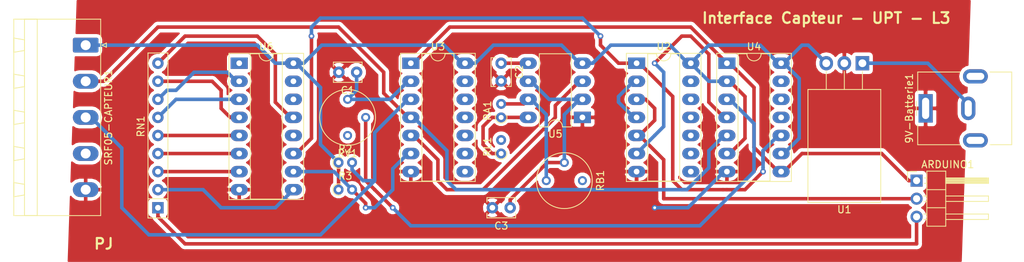
<source format=kicad_pcb>
(kicad_pcb (version 20171130) (host pcbnew 5.0.2-bee76a0~70~ubuntu18.04.1)

  (general
    (thickness 1.6)
    (drawings 2)
    (tracks 252)
    (zones 0)
    (modules 19)
    (nets 51)
  )

  (page A4)
  (layers
    (0 F.Cu signal)
    (31 B.Cu signal)
    (32 B.Adhes user)
    (33 F.Adhes user)
    (34 B.Paste user)
    (35 F.Paste user)
    (36 B.SilkS user)
    (37 F.SilkS user)
    (38 B.Mask user)
    (39 F.Mask user)
    (40 Dwgs.User user)
    (41 Cmts.User user)
    (42 Eco1.User user)
    (43 Eco2.User user)
    (44 Edge.Cuts user)
    (45 Margin user)
    (46 B.CrtYd user)
    (47 F.CrtYd user)
    (48 B.Fab user)
    (49 F.Fab user)
  )

  (setup
    (last_trace_width 0.25)
    (trace_clearance 0.2)
    (zone_clearance 0.508)
    (zone_45_only no)
    (trace_min 0.2)
    (segment_width 0.2)
    (edge_width 0.15)
    (via_size 0.8)
    (via_drill 0.4)
    (via_min_size 0.4)
    (via_min_drill 0.3)
    (uvia_size 0.3)
    (uvia_drill 0.1)
    (uvias_allowed no)
    (uvia_min_size 0.2)
    (uvia_min_drill 0.1)
    (pcb_text_width 0.3)
    (pcb_text_size 1.5 1.5)
    (mod_edge_width 0.15)
    (mod_text_size 1 1)
    (mod_text_width 0.15)
    (pad_size 1.524 1.524)
    (pad_drill 0.762)
    (pad_to_mask_clearance 0.051)
    (solder_mask_min_width 0.25)
    (aux_axis_origin 0 0)
    (visible_elements FFFFFF7F)
    (pcbplotparams
      (layerselection 0x010fc_ffffffff)
      (usegerberextensions false)
      (usegerberattributes false)
      (usegerberadvancedattributes false)
      (creategerberjobfile false)
      (excludeedgelayer true)
      (linewidth 0.100000)
      (plotframeref false)
      (viasonmask false)
      (mode 1)
      (useauxorigin false)
      (hpglpennumber 1)
      (hpglpenspeed 20)
      (hpglpendiameter 15.000000)
      (psnegative false)
      (psa4output false)
      (plotreference true)
      (plotvalue true)
      (plotinvisibletext false)
      (padsonsilk false)
      (subtractmaskfromsilk false)
      (outputformat 1)
      (mirror false)
      (drillshape 1)
      (scaleselection 1)
      (outputdirectory ""))
  )

  (net 0 "")
  (net 1 GND)
  (net 2 +9V)
  (net 3 dmd)
  (net 4 dispo)
  (net 5 valeur)
  (net 6 "Net-(C1-Pad1)")
  (net 7 "Net-(C2-Pad1)")
  (net 8 "Net-(C3-Pad1)")
  (net 9 "Net-(RA1-Pad1)")
  (net 10 "Net-(RA1-Pad2)")
  (net 11 "Net-(RB1-Pad3)")
  (net 12 "Net-(RL1-Pad2)")
  (net 13 "Net-(RN1-Pad2)")
  (net 14 "Net-(RN1-Pad3)")
  (net 15 "Net-(RN1-Pad4)")
  (net 16 "Net-(RN1-Pad5)")
  (net 17 "Net-(RN1-Pad6)")
  (net 18 "Net-(RN1-Pad7)")
  (net 19 "Net-(RN1-Pad8)")
  (net 20 "Net-(RN1-Pad9)")
  (net 21 "Net-(RV1-Pad2)")
  (net 22 "Net-(RV1-Pad3)")
  (net 23 +5V)
  (net 24 echo)
  (net 25 trig)
  (net 26 "Net-(SRF05-CAPTEUR1-Pad4)")
  (net 27 "Net-(U2-Pad13)")
  (net 28 ~echo)
  (net 29 "Net-(U2-Pad12)")
  (net 30 "Net-(U2-Pad11)")
  (net 31 /~Q)
  (net 32 "Net-(U2-Pad10)")
  (net 33 "Net-(U2-Pad9)")
  (net 34 "Net-(U2-Pad8)")
  (net 35 ~dmd)
  (net 36 "Net-(U3-Pad8)")
  (net 37 "Net-(U3-Pad9)")
  (net 38 "Net-(U3-Pad10)")
  (net 39 "Net-(U3-Pad11)")
  (net 40 clk)
  (net 41 "Net-(U3-Pad12)")
  (net 42 Clk_ET_echo)
  (net 43 "Net-(U3-Pad13)")
  (net 44 "Net-(U4-Pad11)")
  (net 45 "Net-(U4-Pad12)")
  (net 46 "Net-(U4-Pad13)")
  (net 47 "Net-(U6-Pad1)")
  (net 48 "Net-(U6-Pad12)")
  (net 49 "Net-(U6-Pad14)")
  (net 50 "Net-(U6-Pad15)")

  (net_class Default "This is the default net class."
    (clearance 0.2)
    (trace_width 0.25)
    (via_dia 0.8)
    (via_drill 0.4)
    (uvia_dia 0.3)
    (uvia_drill 0.1)
    (add_net +5V)
    (add_net +9V)
    (add_net /~Q)
    (add_net Clk_ET_echo)
    (add_net GND)
    (add_net "Net-(C1-Pad1)")
    (add_net "Net-(C2-Pad1)")
    (add_net "Net-(C3-Pad1)")
    (add_net "Net-(RA1-Pad1)")
    (add_net "Net-(RA1-Pad2)")
    (add_net "Net-(RB1-Pad3)")
    (add_net "Net-(RL1-Pad2)")
    (add_net "Net-(RN1-Pad2)")
    (add_net "Net-(RN1-Pad3)")
    (add_net "Net-(RN1-Pad4)")
    (add_net "Net-(RN1-Pad5)")
    (add_net "Net-(RN1-Pad6)")
    (add_net "Net-(RN1-Pad7)")
    (add_net "Net-(RN1-Pad8)")
    (add_net "Net-(RN1-Pad9)")
    (add_net "Net-(RV1-Pad2)")
    (add_net "Net-(RV1-Pad3)")
    (add_net "Net-(SRF05-CAPTEUR1-Pad4)")
    (add_net "Net-(U2-Pad10)")
    (add_net "Net-(U2-Pad11)")
    (add_net "Net-(U2-Pad12)")
    (add_net "Net-(U2-Pad13)")
    (add_net "Net-(U2-Pad8)")
    (add_net "Net-(U2-Pad9)")
    (add_net "Net-(U3-Pad10)")
    (add_net "Net-(U3-Pad11)")
    (add_net "Net-(U3-Pad12)")
    (add_net "Net-(U3-Pad13)")
    (add_net "Net-(U3-Pad8)")
    (add_net "Net-(U3-Pad9)")
    (add_net "Net-(U4-Pad11)")
    (add_net "Net-(U4-Pad12)")
    (add_net "Net-(U4-Pad13)")
    (add_net "Net-(U6-Pad1)")
    (add_net "Net-(U6-Pad12)")
    (add_net "Net-(U6-Pad14)")
    (add_net "Net-(U6-Pad15)")
    (add_net clk)
    (add_net dispo)
    (add_net dmd)
    (add_net echo)
    (add_net trig)
    (add_net valeur)
    (add_net ~dmd)
    (add_net ~echo)
  )

  (module Connector_BarrelJack:BarrelJack_CUI_PJ-063AH_Horizontal (layer F.Cu) (tedit 5B0886BD) (tstamp 5CE29621)
    (at 170.18 60.96 90)
    (descr "Barrel Jack, 2.0mm ID, 5.5mm OD, 24V, 8A, no switch, https://www.cui.com/product/resource/pj-063ah.pdf")
    (tags "barrel jack cui dc power")
    (path /5CC0B5FD)
    (fp_text reference 9V-Batterie1 (at 0 -2.3 90) (layer F.SilkS)
      (effects (font (size 1 1) (thickness 0.15)))
    )
    (fp_text value Conn_01x02_Female (at 0 13 90) (layer F.Fab)
      (effects (font (size 1 1) (thickness 0.15)))
    )
    (fp_line (start -5 -1) (end -1 -1) (layer F.Fab) (width 0.1))
    (fp_line (start -1 -1) (end 0 0) (layer F.Fab) (width 0.1))
    (fp_line (start 0 0) (end 1 -1) (layer F.Fab) (width 0.1))
    (fp_line (start 1 -1) (end 5 -1) (layer F.Fab) (width 0.1))
    (fp_line (start 5 -1) (end 5 12) (layer F.Fab) (width 0.1))
    (fp_line (start 5 12) (end -5 12) (layer F.Fab) (width 0.1))
    (fp_line (start -5 12) (end -5 -1) (layer F.Fab) (width 0.1))
    (fp_line (start -5.11 4.95) (end -5.11 -1.11) (layer F.SilkS) (width 0.12))
    (fp_line (start -5.11 -1.11) (end -2.3 -1.11) (layer F.SilkS) (width 0.12))
    (fp_line (start 2.3 -1.11) (end 5.11 -1.11) (layer F.SilkS) (width 0.12))
    (fp_line (start 5.11 -1.11) (end 5.11 4.95) (layer F.SilkS) (width 0.12))
    (fp_line (start 5.11 9.05) (end 5.11 12.11) (layer F.SilkS) (width 0.12))
    (fp_line (start 5.11 12.11) (end -5.11 12.11) (layer F.SilkS) (width 0.12))
    (fp_line (start -5.11 12.11) (end -5.11 9.05) (layer F.SilkS) (width 0.12))
    (fp_line (start -1 -1.3) (end 1 -1.3) (layer F.SilkS) (width 0.12))
    (fp_line (start -6 -1.5) (end -6 12.5) (layer F.CrtYd) (width 0.05))
    (fp_line (start -6 12.5) (end 6 12.5) (layer F.CrtYd) (width 0.05))
    (fp_line (start 6 12.5) (end 6 -1.5) (layer F.CrtYd) (width 0.05))
    (fp_line (start 6 -1.5) (end -6 -1.5) (layer F.CrtYd) (width 0.05))
    (fp_text user %R (at 0 5.5 90) (layer F.Fab)
      (effects (font (size 1 1) (thickness 0.15)))
    )
    (pad 1 thru_hole rect (at 0 0 90) (size 4 2) (drill oval 3 1) (layers *.Cu *.Mask)
      (net 1 GND))
    (pad 2 thru_hole oval (at 0 6 90) (size 3.3 2) (drill oval 2.3 1) (layers *.Cu *.Mask)
      (net 2 +9V))
    (pad MP thru_hole oval (at -4.5 7 90) (size 2 3.5) (drill oval 1 2.5) (layers *.Cu *.Mask))
    (pad MP thru_hole oval (at 4.5 7 90) (size 2 3.5) (drill oval 1 2.5) (layers *.Cu *.Mask))
    (pad "" np_thru_hole circle (at 0 9 90) (size 1.6 1.6) (drill 1.6) (layers *.Cu *.Mask))
    (model ${KISYS3DMOD}/Connector_BarrelJack.3dshapes/BarrelJack_CUI_PJ-063AH_Horizontal.wrl
      (at (xyz 0 0 0))
      (scale (xyz 1 1 1))
      (rotate (xyz 0 0 0))
    )
  )

  (module Connector_PinHeader_2.54mm:PinHeader_1x03_P2.54mm_Horizontal (layer F.Cu) (tedit 59FED5CB) (tstamp 5CE29661)
    (at 168.91 71.12)
    (descr "Through hole angled pin header, 1x03, 2.54mm pitch, 6mm pin length, single row")
    (tags "Through hole angled pin header THT 1x03 2.54mm single row")
    (path /5CC28A24)
    (fp_text reference ARDUINO1 (at 4.385 -2.27) (layer F.SilkS)
      (effects (font (size 1 1) (thickness 0.15)))
    )
    (fp_text value Conn_01x03_Male (at 4.385 7.35) (layer F.Fab)
      (effects (font (size 1 1) (thickness 0.15)))
    )
    (fp_line (start 2.135 -1.27) (end 4.04 -1.27) (layer F.Fab) (width 0.1))
    (fp_line (start 4.04 -1.27) (end 4.04 6.35) (layer F.Fab) (width 0.1))
    (fp_line (start 4.04 6.35) (end 1.5 6.35) (layer F.Fab) (width 0.1))
    (fp_line (start 1.5 6.35) (end 1.5 -0.635) (layer F.Fab) (width 0.1))
    (fp_line (start 1.5 -0.635) (end 2.135 -1.27) (layer F.Fab) (width 0.1))
    (fp_line (start -0.32 -0.32) (end 1.5 -0.32) (layer F.Fab) (width 0.1))
    (fp_line (start -0.32 -0.32) (end -0.32 0.32) (layer F.Fab) (width 0.1))
    (fp_line (start -0.32 0.32) (end 1.5 0.32) (layer F.Fab) (width 0.1))
    (fp_line (start 4.04 -0.32) (end 10.04 -0.32) (layer F.Fab) (width 0.1))
    (fp_line (start 10.04 -0.32) (end 10.04 0.32) (layer F.Fab) (width 0.1))
    (fp_line (start 4.04 0.32) (end 10.04 0.32) (layer F.Fab) (width 0.1))
    (fp_line (start -0.32 2.22) (end 1.5 2.22) (layer F.Fab) (width 0.1))
    (fp_line (start -0.32 2.22) (end -0.32 2.86) (layer F.Fab) (width 0.1))
    (fp_line (start -0.32 2.86) (end 1.5 2.86) (layer F.Fab) (width 0.1))
    (fp_line (start 4.04 2.22) (end 10.04 2.22) (layer F.Fab) (width 0.1))
    (fp_line (start 10.04 2.22) (end 10.04 2.86) (layer F.Fab) (width 0.1))
    (fp_line (start 4.04 2.86) (end 10.04 2.86) (layer F.Fab) (width 0.1))
    (fp_line (start -0.32 4.76) (end 1.5 4.76) (layer F.Fab) (width 0.1))
    (fp_line (start -0.32 4.76) (end -0.32 5.4) (layer F.Fab) (width 0.1))
    (fp_line (start -0.32 5.4) (end 1.5 5.4) (layer F.Fab) (width 0.1))
    (fp_line (start 4.04 4.76) (end 10.04 4.76) (layer F.Fab) (width 0.1))
    (fp_line (start 10.04 4.76) (end 10.04 5.4) (layer F.Fab) (width 0.1))
    (fp_line (start 4.04 5.4) (end 10.04 5.4) (layer F.Fab) (width 0.1))
    (fp_line (start 1.44 -1.33) (end 1.44 6.41) (layer F.SilkS) (width 0.12))
    (fp_line (start 1.44 6.41) (end 4.1 6.41) (layer F.SilkS) (width 0.12))
    (fp_line (start 4.1 6.41) (end 4.1 -1.33) (layer F.SilkS) (width 0.12))
    (fp_line (start 4.1 -1.33) (end 1.44 -1.33) (layer F.SilkS) (width 0.12))
    (fp_line (start 4.1 -0.38) (end 10.1 -0.38) (layer F.SilkS) (width 0.12))
    (fp_line (start 10.1 -0.38) (end 10.1 0.38) (layer F.SilkS) (width 0.12))
    (fp_line (start 10.1 0.38) (end 4.1 0.38) (layer F.SilkS) (width 0.12))
    (fp_line (start 4.1 -0.32) (end 10.1 -0.32) (layer F.SilkS) (width 0.12))
    (fp_line (start 4.1 -0.2) (end 10.1 -0.2) (layer F.SilkS) (width 0.12))
    (fp_line (start 4.1 -0.08) (end 10.1 -0.08) (layer F.SilkS) (width 0.12))
    (fp_line (start 4.1 0.04) (end 10.1 0.04) (layer F.SilkS) (width 0.12))
    (fp_line (start 4.1 0.16) (end 10.1 0.16) (layer F.SilkS) (width 0.12))
    (fp_line (start 4.1 0.28) (end 10.1 0.28) (layer F.SilkS) (width 0.12))
    (fp_line (start 1.11 -0.38) (end 1.44 -0.38) (layer F.SilkS) (width 0.12))
    (fp_line (start 1.11 0.38) (end 1.44 0.38) (layer F.SilkS) (width 0.12))
    (fp_line (start 1.44 1.27) (end 4.1 1.27) (layer F.SilkS) (width 0.12))
    (fp_line (start 4.1 2.16) (end 10.1 2.16) (layer F.SilkS) (width 0.12))
    (fp_line (start 10.1 2.16) (end 10.1 2.92) (layer F.SilkS) (width 0.12))
    (fp_line (start 10.1 2.92) (end 4.1 2.92) (layer F.SilkS) (width 0.12))
    (fp_line (start 1.042929 2.16) (end 1.44 2.16) (layer F.SilkS) (width 0.12))
    (fp_line (start 1.042929 2.92) (end 1.44 2.92) (layer F.SilkS) (width 0.12))
    (fp_line (start 1.44 3.81) (end 4.1 3.81) (layer F.SilkS) (width 0.12))
    (fp_line (start 4.1 4.7) (end 10.1 4.7) (layer F.SilkS) (width 0.12))
    (fp_line (start 10.1 4.7) (end 10.1 5.46) (layer F.SilkS) (width 0.12))
    (fp_line (start 10.1 5.46) (end 4.1 5.46) (layer F.SilkS) (width 0.12))
    (fp_line (start 1.042929 4.7) (end 1.44 4.7) (layer F.SilkS) (width 0.12))
    (fp_line (start 1.042929 5.46) (end 1.44 5.46) (layer F.SilkS) (width 0.12))
    (fp_line (start -1.27 0) (end -1.27 -1.27) (layer F.SilkS) (width 0.12))
    (fp_line (start -1.27 -1.27) (end 0 -1.27) (layer F.SilkS) (width 0.12))
    (fp_line (start -1.8 -1.8) (end -1.8 6.85) (layer F.CrtYd) (width 0.05))
    (fp_line (start -1.8 6.85) (end 10.55 6.85) (layer F.CrtYd) (width 0.05))
    (fp_line (start 10.55 6.85) (end 10.55 -1.8) (layer F.CrtYd) (width 0.05))
    (fp_line (start 10.55 -1.8) (end -1.8 -1.8) (layer F.CrtYd) (width 0.05))
    (fp_text user %R (at 2.54 2.54 90) (layer F.Fab)
      (effects (font (size 1 1) (thickness 0.15)))
    )
    (pad 1 thru_hole rect (at 0 0) (size 1.7 1.7) (drill 1) (layers *.Cu *.Mask)
      (net 3 dmd))
    (pad 2 thru_hole oval (at 0 2.54) (size 1.7 1.7) (drill 1) (layers *.Cu *.Mask)
      (net 4 dispo))
    (pad 3 thru_hole oval (at 0 5.08) (size 1.7 1.7) (drill 1) (layers *.Cu *.Mask)
      (net 5 valeur))
    (model ${KISYS3DMOD}/Connector_PinHeader_2.54mm.3dshapes/PinHeader_1x03_P2.54mm_Horizontal.wrl
      (at (xyz 0 0 0))
      (scale (xyz 1 1 1))
      (rotate (xyz 0 0 0))
    )
  )

  (module Capacitor_THT:C_Disc_D3.8mm_W2.6mm_P2.50mm (layer F.Cu) (tedit 5AE50EF0) (tstamp 5CE29676)
    (at 90.17 55.88 180)
    (descr "C, Disc series, Radial, pin pitch=2.50mm, , diameter*width=3.8*2.6mm^2, Capacitor, http://www.vishay.com/docs/45233/krseries.pdf")
    (tags "C Disc series Radial pin pitch 2.50mm  diameter 3.8mm width 2.6mm Capacitor")
    (path /5CC0ADD7)
    (fp_text reference C1 (at 1.25 -2.55 180) (layer F.SilkS)
      (effects (font (size 1 1) (thickness 0.15)))
    )
    (fp_text value C (at 1.25 2.55 180) (layer F.Fab)
      (effects (font (size 1 1) (thickness 0.15)))
    )
    (fp_line (start -0.65 -1.3) (end -0.65 1.3) (layer F.Fab) (width 0.1))
    (fp_line (start -0.65 1.3) (end 3.15 1.3) (layer F.Fab) (width 0.1))
    (fp_line (start 3.15 1.3) (end 3.15 -1.3) (layer F.Fab) (width 0.1))
    (fp_line (start 3.15 -1.3) (end -0.65 -1.3) (layer F.Fab) (width 0.1))
    (fp_line (start -0.77 -1.42) (end 3.27 -1.42) (layer F.SilkS) (width 0.12))
    (fp_line (start -0.77 1.42) (end 3.27 1.42) (layer F.SilkS) (width 0.12))
    (fp_line (start -0.77 -1.42) (end -0.77 -0.795) (layer F.SilkS) (width 0.12))
    (fp_line (start -0.77 0.795) (end -0.77 1.42) (layer F.SilkS) (width 0.12))
    (fp_line (start 3.27 -1.42) (end 3.27 -0.795) (layer F.SilkS) (width 0.12))
    (fp_line (start 3.27 0.795) (end 3.27 1.42) (layer F.SilkS) (width 0.12))
    (fp_line (start -1.05 -1.55) (end -1.05 1.55) (layer F.CrtYd) (width 0.05))
    (fp_line (start -1.05 1.55) (end 3.55 1.55) (layer F.CrtYd) (width 0.05))
    (fp_line (start 3.55 1.55) (end 3.55 -1.55) (layer F.CrtYd) (width 0.05))
    (fp_line (start 3.55 -1.55) (end -1.05 -1.55) (layer F.CrtYd) (width 0.05))
    (fp_text user %R (at 1.27 -1.27 180) (layer F.Fab)
      (effects (font (size 0.76 0.76) (thickness 0.114)))
    )
    (pad 1 thru_hole circle (at 0 0 180) (size 1.6 1.6) (drill 0.8) (layers *.Cu *.Mask)
      (net 6 "Net-(C1-Pad1)"))
    (pad 2 thru_hole circle (at 2.5 0 180) (size 1.6 1.6) (drill 0.8) (layers *.Cu *.Mask)
      (net 1 GND))
    (model ${KISYS3DMOD}/Capacitor_THT.3dshapes/C_Disc_D3.8mm_W2.6mm_P2.50mm.wrl
      (at (xyz 0 0 0))
      (scale (xyz 1 1 1))
      (rotate (xyz 0 0 0))
    )
  )

  (module Capacitor_THT:C_Disc_D3.8mm_W2.6mm_P2.50mm (layer F.Cu) (tedit 5AE50EF0) (tstamp 5CE2968B)
    (at 110.49 54.61 270)
    (descr "C, Disc series, Radial, pin pitch=2.50mm, , diameter*width=3.8*2.6mm^2, Capacitor, http://www.vishay.com/docs/45233/krseries.pdf")
    (tags "C Disc series Radial pin pitch 2.50mm  diameter 3.8mm width 2.6mm Capacitor")
    (path /5CC0DDEB)
    (fp_text reference C2 (at 1.25 -2.55 270) (layer F.SilkS)
      (effects (font (size 1 1) (thickness 0.15)))
    )
    (fp_text value 0.01u (at 1.25 2.55 270) (layer F.Fab)
      (effects (font (size 1 1) (thickness 0.15)))
    )
    (fp_text user %R (at 1.25 0 270) (layer F.Fab)
      (effects (font (size 0.76 0.76) (thickness 0.114)))
    )
    (fp_line (start 3.55 -1.55) (end -1.05 -1.55) (layer F.CrtYd) (width 0.05))
    (fp_line (start 3.55 1.55) (end 3.55 -1.55) (layer F.CrtYd) (width 0.05))
    (fp_line (start -1.05 1.55) (end 3.55 1.55) (layer F.CrtYd) (width 0.05))
    (fp_line (start -1.05 -1.55) (end -1.05 1.55) (layer F.CrtYd) (width 0.05))
    (fp_line (start 3.27 0.795) (end 3.27 1.42) (layer F.SilkS) (width 0.12))
    (fp_line (start 3.27 -1.42) (end 3.27 -0.795) (layer F.SilkS) (width 0.12))
    (fp_line (start -0.77 0.795) (end -0.77 1.42) (layer F.SilkS) (width 0.12))
    (fp_line (start -0.77 -1.42) (end -0.77 -0.795) (layer F.SilkS) (width 0.12))
    (fp_line (start -0.77 1.42) (end 3.27 1.42) (layer F.SilkS) (width 0.12))
    (fp_line (start -0.77 -1.42) (end 3.27 -1.42) (layer F.SilkS) (width 0.12))
    (fp_line (start 3.15 -1.3) (end -0.65 -1.3) (layer F.Fab) (width 0.1))
    (fp_line (start 3.15 1.3) (end 3.15 -1.3) (layer F.Fab) (width 0.1))
    (fp_line (start -0.65 1.3) (end 3.15 1.3) (layer F.Fab) (width 0.1))
    (fp_line (start -0.65 -1.3) (end -0.65 1.3) (layer F.Fab) (width 0.1))
    (pad 2 thru_hole circle (at 2.5 0 270) (size 1.6 1.6) (drill 0.8) (layers *.Cu *.Mask)
      (net 1 GND))
    (pad 1 thru_hole circle (at 0 0 270) (size 1.6 1.6) (drill 0.8) (layers *.Cu *.Mask)
      (net 7 "Net-(C2-Pad1)"))
    (model ${KISYS3DMOD}/Capacitor_THT.3dshapes/C_Disc_D3.8mm_W2.6mm_P2.50mm.wrl
      (at (xyz 0 0 0))
      (scale (xyz 1 1 1))
      (rotate (xyz 0 0 0))
    )
  )

  (module Capacitor_THT:C_Disc_D3.8mm_W2.6mm_P2.50mm (layer F.Cu) (tedit 5AE50EF0) (tstamp 5CE296A0)
    (at 111.76 74.93 180)
    (descr "C, Disc series, Radial, pin pitch=2.50mm, , diameter*width=3.8*2.6mm^2, Capacitor, http://www.vishay.com/docs/45233/krseries.pdf")
    (tags "C Disc series Radial pin pitch 2.50mm  diameter 3.8mm width 2.6mm Capacitor")
    (path /5CC0DC19)
    (fp_text reference C3 (at 1.25 -2.55 180) (layer F.SilkS)
      (effects (font (size 1 1) (thickness 0.15)))
    )
    (fp_text value C (at 1.25 2.55 180) (layer F.Fab)
      (effects (font (size 1 1) (thickness 0.15)))
    )
    (fp_line (start -0.65 -1.3) (end -0.65 1.3) (layer F.Fab) (width 0.1))
    (fp_line (start -0.65 1.3) (end 3.15 1.3) (layer F.Fab) (width 0.1))
    (fp_line (start 3.15 1.3) (end 3.15 -1.3) (layer F.Fab) (width 0.1))
    (fp_line (start 3.15 -1.3) (end -0.65 -1.3) (layer F.Fab) (width 0.1))
    (fp_line (start -0.77 -1.42) (end 3.27 -1.42) (layer F.SilkS) (width 0.12))
    (fp_line (start -0.77 1.42) (end 3.27 1.42) (layer F.SilkS) (width 0.12))
    (fp_line (start -0.77 -1.42) (end -0.77 -0.795) (layer F.SilkS) (width 0.12))
    (fp_line (start -0.77 0.795) (end -0.77 1.42) (layer F.SilkS) (width 0.12))
    (fp_line (start 3.27 -1.42) (end 3.27 -0.795) (layer F.SilkS) (width 0.12))
    (fp_line (start 3.27 0.795) (end 3.27 1.42) (layer F.SilkS) (width 0.12))
    (fp_line (start -1.05 -1.55) (end -1.05 1.55) (layer F.CrtYd) (width 0.05))
    (fp_line (start -1.05 1.55) (end 3.55 1.55) (layer F.CrtYd) (width 0.05))
    (fp_line (start 3.55 1.55) (end 3.55 -1.55) (layer F.CrtYd) (width 0.05))
    (fp_line (start 3.55 -1.55) (end -1.05 -1.55) (layer F.CrtYd) (width 0.05))
    (fp_text user %R (at 1.25 0 180) (layer F.Fab)
      (effects (font (size 0.76 0.76) (thickness 0.114)))
    )
    (pad 1 thru_hole circle (at 0 0 180) (size 1.6 1.6) (drill 0.8) (layers *.Cu *.Mask)
      (net 8 "Net-(C3-Pad1)"))
    (pad 2 thru_hole circle (at 2.5 0 180) (size 1.6 1.6) (drill 0.8) (layers *.Cu *.Mask)
      (net 1 GND))
    (model ${KISYS3DMOD}/Capacitor_THT.3dshapes/C_Disc_D3.8mm_W2.6mm_P2.50mm.wrl
      (at (xyz 0 0 0))
      (scale (xyz 1 1 1))
      (rotate (xyz 0 0 0))
    )
  )

  (module Resistor_THT:R_Axial_DIN0204_L3.6mm_D1.6mm_P1.90mm_Vertical (layer F.Cu) (tedit 5AE5139B) (tstamp 5CE296D1)
    (at 110.49 62.23 90)
    (descr "Resistor, Axial_DIN0204 series, Axial, Vertical, pin pitch=1.9mm, 0.167W, length*diameter=3.6*1.6mm^2, http://cdn-reichelt.de/documents/datenblatt/B400/1_4W%23YAG.pdf")
    (tags "Resistor Axial_DIN0204 series Axial Vertical pin pitch 1.9mm 0.167W length 3.6mm diameter 1.6mm")
    (path /5CC0C980)
    (fp_text reference RA1 (at 0.95 -1.92 90) (layer F.SilkS)
      (effects (font (size 1 1) (thickness 0.15)))
    )
    (fp_text value 3k (at 0.95 1.92 90) (layer F.Fab)
      (effects (font (size 1 1) (thickness 0.15)))
    )
    (fp_arc (start 0 0) (end 0.417133 -0.7) (angle -233.92106) (layer F.SilkS) (width 0.12))
    (fp_circle (center 0 0) (end 0.8 0) (layer F.Fab) (width 0.1))
    (fp_line (start 0 0) (end 1.9 0) (layer F.Fab) (width 0.1))
    (fp_line (start -1.05 -1.05) (end -1.05 1.05) (layer F.CrtYd) (width 0.05))
    (fp_line (start -1.05 1.05) (end 2.86 1.05) (layer F.CrtYd) (width 0.05))
    (fp_line (start 2.86 1.05) (end 2.86 -1.05) (layer F.CrtYd) (width 0.05))
    (fp_line (start 2.86 -1.05) (end -1.05 -1.05) (layer F.CrtYd) (width 0.05))
    (fp_text user %R (at 0.95 -1.92 90) (layer F.Fab)
      (effects (font (size 1 1) (thickness 0.15)))
    )
    (pad 1 thru_hole circle (at 0 0 90) (size 1.4 1.4) (drill 0.7) (layers *.Cu *.Mask)
      (net 9 "Net-(RA1-Pad1)"))
    (pad 2 thru_hole oval (at 1.9 0 90) (size 1.4 1.4) (drill 0.7) (layers *.Cu *.Mask)
      (net 10 "Net-(RA1-Pad2)"))
    (model ${KISYS3DMOD}/Resistor_THT.3dshapes/R_Axial_DIN0204_L3.6mm_D1.6mm_P1.90mm_Vertical.wrl
      (at (xyz 0 0 0))
      (scale (xyz 1 1 1))
      (rotate (xyz 0 0 0))
    )
  )

  (module Potentiometer_THT:Potentiometer_Bourns_3339P_Vertical (layer F.Cu) (tedit 5A3D4993) (tstamp 5CE296E2)
    (at 116.84 71.12 270)
    (descr "Potentiometer, vertical, Bourns 3339P, http://www.bourns.com/docs/Product-Datasheets/3339.pdf")
    (tags "Potentiometer vertical Bourns 3339P")
    (path /5CC3370B)
    (fp_text reference RB1 (at 0 -7.6 270) (layer F.SilkS)
      (effects (font (size 1 1) (thickness 0.15)))
    )
    (fp_text value R_POT_TRIM (at 0 2.52 270) (layer F.Fab)
      (effects (font (size 1 1) (thickness 0.15)))
    )
    (fp_circle (center 0 -2.54) (end 3.81 -2.54) (layer F.Fab) (width 0.1))
    (fp_circle (center 0 -2.54) (end 2.5 -2.54) (layer F.Fab) (width 0.1))
    (fp_circle (center 0 -2.54) (end 3.93 -2.54) (layer F.SilkS) (width 0.12))
    (fp_line (start 0 -0.064) (end 0.001 -5.014) (layer F.Fab) (width 0.1))
    (fp_line (start 0 -0.064) (end 0.001 -5.014) (layer F.Fab) (width 0.1))
    (fp_line (start -4.1 -6.6) (end -4.1 1.55) (layer F.CrtYd) (width 0.05))
    (fp_line (start -4.1 1.55) (end 4.1 1.55) (layer F.CrtYd) (width 0.05))
    (fp_line (start 4.1 1.55) (end 4.1 -6.6) (layer F.CrtYd) (width 0.05))
    (fp_line (start 4.1 -6.6) (end -4.1 -6.6) (layer F.CrtYd) (width 0.05))
    (fp_text user %R (at -3.018 -2.54) (layer F.Fab)
      (effects (font (size 0.66 0.66) (thickness 0.15)))
    )
    (pad 3 thru_hole circle (at 0 -5.08 270) (size 1.26 1.26) (drill 0.7) (layers *.Cu *.Mask)
      (net 11 "Net-(RB1-Pad3)"))
    (pad 2 thru_hole circle (at -2.54 -2.54 270) (size 1.26 1.26) (drill 0.7) (layers *.Cu *.Mask)
      (net 8 "Net-(C3-Pad1)"))
    (pad 1 thru_hole circle (at 0 0 270) (size 1.26 1.26) (drill 0.7) (layers *.Cu *.Mask)
      (net 10 "Net-(RA1-Pad2)"))
    (model ${KISYS3DMOD}/Potentiometer_THT.3dshapes/Potentiometer_Bourns_3339P_Vertical.wrl
      (at (xyz 0 0 0))
      (scale (xyz 1 1 1))
      (rotate (xyz 0 0 0))
    )
  )

  (module Resistor_THT:R_Axial_DIN0204_L3.6mm_D1.6mm_P1.90mm_Vertical (layer F.Cu) (tedit 5AE5139B) (tstamp 5CE296F0)
    (at 110.49 67.31 90)
    (descr "Resistor, Axial_DIN0204 series, Axial, Vertical, pin pitch=1.9mm, 0.167W, length*diameter=3.6*1.6mm^2, http://cdn-reichelt.de/documents/datenblatt/B400/1_4W%23YAG.pdf")
    (tags "Resistor Axial_DIN0204 series Axial Vertical pin pitch 1.9mm 0.167W length 3.6mm diameter 1.6mm")
    (path /5CC0C3B6)
    (fp_text reference RL1 (at 0.95 -1.92 90) (layer F.SilkS)
      (effects (font (size 1 1) (thickness 0.15)))
    )
    (fp_text value 0 (at 0.95 1.92 90) (layer F.Fab)
      (effects (font (size 1 1) (thickness 0.15)))
    )
    (fp_arc (start 0 0) (end 0.417133 -0.7) (angle -233.92106) (layer F.SilkS) (width 0.12))
    (fp_circle (center 0 0) (end 0.8 0) (layer F.Fab) (width 0.1))
    (fp_line (start 0 0) (end 1.9 0) (layer F.Fab) (width 0.1))
    (fp_line (start -1.05 -1.05) (end -1.05 1.05) (layer F.CrtYd) (width 0.05))
    (fp_line (start -1.05 1.05) (end 2.86 1.05) (layer F.CrtYd) (width 0.05))
    (fp_line (start 2.86 1.05) (end 2.86 -1.05) (layer F.CrtYd) (width 0.05))
    (fp_line (start 2.86 -1.05) (end -1.05 -1.05) (layer F.CrtYd) (width 0.05))
    (fp_text user %R (at 0.95 -1.92 90) (layer F.Fab)
      (effects (font (size 1 1) (thickness 0.15)))
    )
    (pad 1 thru_hole circle (at 0 0 90) (size 1.4 1.4) (drill 0.7) (layers *.Cu *.Mask)
      (net 9 "Net-(RA1-Pad1)"))
    (pad 2 thru_hole oval (at 1.9 0 90) (size 1.4 1.4) (drill 0.7) (layers *.Cu *.Mask)
      (net 12 "Net-(RL1-Pad2)"))
    (model ${KISYS3DMOD}/Resistor_THT.3dshapes/R_Axial_DIN0204_L3.6mm_D1.6mm_P1.90mm_Vertical.wrl
      (at (xyz 0 0 0))
      (scale (xyz 1 1 1))
      (rotate (xyz 0 0 0))
    )
  )

  (module Resistor_THT:R_Array_SIP9 (layer F.Cu) (tedit 5A14249F) (tstamp 5CE2970C)
    (at 62.23 74.93 90)
    (descr "9-pin Resistor SIP pack")
    (tags R)
    (path /5CC0A000)
    (fp_text reference RN1 (at 11.43 -2.4 90) (layer F.SilkS)
      (effects (font (size 1 1) (thickness 0.15)))
    )
    (fp_text value R_Network08 (at 11.43 2.4 90) (layer F.Fab)
      (effects (font (size 1 1) (thickness 0.15)))
    )
    (fp_text user %R (at 10.16 0 90) (layer F.Fab)
      (effects (font (size 1 1) (thickness 0.15)))
    )
    (fp_line (start -1.29 -1.25) (end -1.29 1.25) (layer F.Fab) (width 0.1))
    (fp_line (start -1.29 1.25) (end 21.61 1.25) (layer F.Fab) (width 0.1))
    (fp_line (start 21.61 1.25) (end 21.61 -1.25) (layer F.Fab) (width 0.1))
    (fp_line (start 21.61 -1.25) (end -1.29 -1.25) (layer F.Fab) (width 0.1))
    (fp_line (start 1.27 -1.25) (end 1.27 1.25) (layer F.Fab) (width 0.1))
    (fp_line (start -1.44 -1.4) (end -1.44 1.4) (layer F.SilkS) (width 0.12))
    (fp_line (start -1.44 1.4) (end 21.76 1.4) (layer F.SilkS) (width 0.12))
    (fp_line (start 21.76 1.4) (end 21.76 -1.4) (layer F.SilkS) (width 0.12))
    (fp_line (start 21.76 -1.4) (end -1.44 -1.4) (layer F.SilkS) (width 0.12))
    (fp_line (start 1.27 -1.4) (end 1.27 1.4) (layer F.SilkS) (width 0.12))
    (fp_line (start -1.7 -1.65) (end -1.7 1.65) (layer F.CrtYd) (width 0.05))
    (fp_line (start -1.7 1.65) (end 22.05 1.65) (layer F.CrtYd) (width 0.05))
    (fp_line (start 22.05 1.65) (end 22.05 -1.65) (layer F.CrtYd) (width 0.05))
    (fp_line (start 22.05 -1.65) (end -1.7 -1.65) (layer F.CrtYd) (width 0.05))
    (pad 1 thru_hole rect (at 0 0 90) (size 1.6 1.6) (drill 0.8) (layers *.Cu *.Mask)
      (net 5 valeur))
    (pad 2 thru_hole oval (at 2.54 0 90) (size 1.6 1.6) (drill 0.8) (layers *.Cu *.Mask)
      (net 13 "Net-(RN1-Pad2)"))
    (pad 3 thru_hole oval (at 5.08 0 90) (size 1.6 1.6) (drill 0.8) (layers *.Cu *.Mask)
      (net 14 "Net-(RN1-Pad3)"))
    (pad 4 thru_hole oval (at 7.62 0 90) (size 1.6 1.6) (drill 0.8) (layers *.Cu *.Mask)
      (net 15 "Net-(RN1-Pad4)"))
    (pad 5 thru_hole oval (at 10.16 0 90) (size 1.6 1.6) (drill 0.8) (layers *.Cu *.Mask)
      (net 16 "Net-(RN1-Pad5)"))
    (pad 6 thru_hole oval (at 12.7 0 90) (size 1.6 1.6) (drill 0.8) (layers *.Cu *.Mask)
      (net 17 "Net-(RN1-Pad6)"))
    (pad 7 thru_hole oval (at 15.24 0 90) (size 1.6 1.6) (drill 0.8) (layers *.Cu *.Mask)
      (net 18 "Net-(RN1-Pad7)"))
    (pad 8 thru_hole oval (at 17.78 0 90) (size 1.6 1.6) (drill 0.8) (layers *.Cu *.Mask)
      (net 19 "Net-(RN1-Pad8)"))
    (pad 9 thru_hole oval (at 20.32 0 90) (size 1.6 1.6) (drill 0.8) (layers *.Cu *.Mask)
      (net 20 "Net-(RN1-Pad9)"))
    (model ${KISYS3DMOD}/Resistor_THT.3dshapes/R_Array_SIP9.wrl
      (at (xyz 0 0 0))
      (scale (xyz 1 1 1))
      (rotate (xyz 0 0 0))
    )
  )

  (module Potentiometer_THT:Potentiometer_Bourns_3339P_Vertical (layer F.Cu) (tedit 5A3D4993) (tstamp 5CE2971D)
    (at 88.9 59.69 180)
    (descr "Potentiometer, vertical, Bourns 3339P, http://www.bourns.com/docs/Product-Datasheets/3339.pdf")
    (tags "Potentiometer vertical Bourns 3339P")
    (path /5CC307D8)
    (fp_text reference RV1 (at 0 -7.6 180) (layer F.SilkS)
      (effects (font (size 1 1) (thickness 0.15)))
    )
    (fp_text value R_POT_TRIM (at 0 2.52 180) (layer F.Fab)
      (effects (font (size 1 1) (thickness 0.15)))
    )
    (fp_text user %R (at -3.018 -2.54 270) (layer F.Fab)
      (effects (font (size 0.66 0.66) (thickness 0.15)))
    )
    (fp_line (start 4.1 -6.6) (end -4.1 -6.6) (layer F.CrtYd) (width 0.05))
    (fp_line (start 4.1 1.55) (end 4.1 -6.6) (layer F.CrtYd) (width 0.05))
    (fp_line (start -4.1 1.55) (end 4.1 1.55) (layer F.CrtYd) (width 0.05))
    (fp_line (start -4.1 -6.6) (end -4.1 1.55) (layer F.CrtYd) (width 0.05))
    (fp_line (start 0 -0.064) (end 0.001 -5.014) (layer F.Fab) (width 0.1))
    (fp_line (start 0 -0.064) (end 0.001 -5.014) (layer F.Fab) (width 0.1))
    (fp_circle (center 0 -2.54) (end 3.93 -2.54) (layer F.SilkS) (width 0.12))
    (fp_circle (center 0 -2.54) (end 2.5 -2.54) (layer F.Fab) (width 0.1))
    (fp_circle (center 0 -2.54) (end 3.81 -2.54) (layer F.Fab) (width 0.1))
    (pad 1 thru_hole circle (at 0 0 180) (size 1.26 1.26) (drill 0.7) (layers *.Cu *.Mask)
      (net 6 "Net-(C1-Pad1)"))
    (pad 2 thru_hole circle (at -2.54 -2.54 180) (size 1.26 1.26) (drill 0.7) (layers *.Cu *.Mask)
      (net 21 "Net-(RV1-Pad2)"))
    (pad 3 thru_hole circle (at 0 -5.08 180) (size 1.26 1.26) (drill 0.7) (layers *.Cu *.Mask)
      (net 22 "Net-(RV1-Pad3)"))
    (model ${KISYS3DMOD}/Potentiometer_THT.3dshapes/Potentiometer_Bourns_3339P_Vertical.wrl
      (at (xyz 0 0 0))
      (scale (xyz 1 1 1))
      (rotate (xyz 0 0 0))
    )
  )

  (module Connector_Phoenix_MSTB:PhoenixContact_MSTBA_2,5_5-G-5,08_1x05_P5.08mm_Horizontal (layer F.Cu) (tedit 5B785047) (tstamp 5CE29750)
    (at 52.07 52.07 270)
    (descr "Generic Phoenix Contact connector footprint for: MSTBA_2,5/5-G-5,08; number of pins: 05; pin pitch: 5.08mm; Angled || order number: 1757271 12A || order number: 1923898 16A (HC)")
    (tags "phoenix_contact connector MSTBA_01x05_G_5.08mm")
    (path /5CC2B59A)
    (fp_text reference SRF05-CAPTEUR1 (at 10.16 -3.2 270) (layer F.SilkS)
      (effects (font (size 1 1) (thickness 0.15)))
    )
    (fp_text value Conn_01x05_Female (at 10.16 11.2 270) (layer F.Fab)
      (effects (font (size 1 1) (thickness 0.15)))
    )
    (fp_line (start -3.65 -2.11) (end -3.65 10.11) (layer F.SilkS) (width 0.12))
    (fp_line (start -3.65 10.11) (end 23.97 10.11) (layer F.SilkS) (width 0.12))
    (fp_line (start 23.97 10.11) (end 23.97 -2.11) (layer F.SilkS) (width 0.12))
    (fp_line (start 23.97 -2.11) (end -3.65 -2.11) (layer F.SilkS) (width 0.12))
    (fp_line (start -3.54 -2) (end -3.54 10) (layer F.Fab) (width 0.1))
    (fp_line (start -3.54 10) (end 23.86 10) (layer F.Fab) (width 0.1))
    (fp_line (start 23.86 10) (end 23.86 -2) (layer F.Fab) (width 0.1))
    (fp_line (start 23.86 -2) (end -3.54 -2) (layer F.Fab) (width 0.1))
    (fp_line (start -3.65 8.61) (end -3.65 6.81) (layer F.SilkS) (width 0.12))
    (fp_line (start -3.65 6.81) (end 23.97 6.81) (layer F.SilkS) (width 0.12))
    (fp_line (start 23.97 6.81) (end 23.97 8.61) (layer F.SilkS) (width 0.12))
    (fp_line (start 23.97 8.61) (end -3.65 8.61) (layer F.SilkS) (width 0.12))
    (fp_line (start -1 10.11) (end 1 10.11) (layer F.SilkS) (width 0.12))
    (fp_line (start 1 10.11) (end 0.75 8.61) (layer F.SilkS) (width 0.12))
    (fp_line (start 0.75 8.61) (end -0.75 8.61) (layer F.SilkS) (width 0.12))
    (fp_line (start -0.75 8.61) (end -1 10.11) (layer F.SilkS) (width 0.12))
    (fp_line (start 4.08 10.11) (end 6.08 10.11) (layer F.SilkS) (width 0.12))
    (fp_line (start 6.08 10.11) (end 5.83 8.61) (layer F.SilkS) (width 0.12))
    (fp_line (start 5.83 8.61) (end 4.33 8.61) (layer F.SilkS) (width 0.12))
    (fp_line (start 4.33 8.61) (end 4.08 10.11) (layer F.SilkS) (width 0.12))
    (fp_line (start 9.16 10.11) (end 11.16 10.11) (layer F.SilkS) (width 0.12))
    (fp_line (start 11.16 10.11) (end 10.91 8.61) (layer F.SilkS) (width 0.12))
    (fp_line (start 10.91 8.61) (end 9.41 8.61) (layer F.SilkS) (width 0.12))
    (fp_line (start 9.41 8.61) (end 9.16 10.11) (layer F.SilkS) (width 0.12))
    (fp_line (start 14.24 10.11) (end 16.24 10.11) (layer F.SilkS) (width 0.12))
    (fp_line (start 16.24 10.11) (end 15.99 8.61) (layer F.SilkS) (width 0.12))
    (fp_line (start 15.99 8.61) (end 14.49 8.61) (layer F.SilkS) (width 0.12))
    (fp_line (start 14.49 8.61) (end 14.24 10.11) (layer F.SilkS) (width 0.12))
    (fp_line (start 19.32 10.11) (end 21.32 10.11) (layer F.SilkS) (width 0.12))
    (fp_line (start 21.32 10.11) (end 21.07 8.61) (layer F.SilkS) (width 0.12))
    (fp_line (start 21.07 8.61) (end 19.57 8.61) (layer F.SilkS) (width 0.12))
    (fp_line (start 19.57 8.61) (end 19.32 10.11) (layer F.SilkS) (width 0.12))
    (fp_line (start -4.04 -2.5) (end -4.04 10.5) (layer F.CrtYd) (width 0.05))
    (fp_line (start -4.04 10.5) (end 24.36 10.5) (layer F.CrtYd) (width 0.05))
    (fp_line (start 24.36 10.5) (end 24.36 -2.5) (layer F.CrtYd) (width 0.05))
    (fp_line (start 24.36 -2.5) (end -4.04 -2.5) (layer F.CrtYd) (width 0.05))
    (fp_line (start 0.3 -2.91) (end 0 -2.31) (layer F.SilkS) (width 0.12))
    (fp_line (start 0 -2.31) (end -0.3 -2.91) (layer F.SilkS) (width 0.12))
    (fp_line (start -0.3 -2.91) (end 0.3 -2.91) (layer F.SilkS) (width 0.12))
    (fp_line (start 0.95 -2) (end 0 -0.5) (layer F.Fab) (width 0.1))
    (fp_line (start 0 -0.5) (end -0.95 -2) (layer F.Fab) (width 0.1))
    (fp_text user %R (at 10.16 -1.3 270) (layer F.Fab)
      (effects (font (size 1 1) (thickness 0.15)))
    )
    (pad 1 thru_hole roundrect (at 0 0 270) (size 2.08 3.6) (drill 1.4) (layers *.Cu *.Mask) (roundrect_rratio 0.120192)
      (net 23 +5V))
    (pad 2 thru_hole oval (at 5.08 0 270) (size 2.08 3.6) (drill 1.4) (layers *.Cu *.Mask)
      (net 24 echo))
    (pad 3 thru_hole oval (at 10.16 0 270) (size 2.08 3.6) (drill 1.4) (layers *.Cu *.Mask)
      (net 25 trig))
    (pad 4 thru_hole oval (at 15.24 0 270) (size 2.08 3.6) (drill 1.4) (layers *.Cu *.Mask)
      (net 26 "Net-(SRF05-CAPTEUR1-Pad4)"))
    (pad 5 thru_hole oval (at 20.32 0 270) (size 2.08 3.6) (drill 1.4) (layers *.Cu *.Mask)
      (net 1 GND))
    (model ${KISYS3DMOD}/Connector_Phoenix_MSTB.3dshapes/PhoenixContact_MSTBA_2,5_5-G-5,08_1x05_P5.08mm_Horizontal.wrl
      (at (xyz 0 0 0))
      (scale (xyz 1 1 1))
      (rotate (xyz 0 0 0))
    )
  )

  (module Package_TO_SOT_THT:TO-220-3_Horizontal_TabDown (layer F.Cu) (tedit 5AC8BA0D) (tstamp 5CE29770)
    (at 161.29 54.61 180)
    (descr "TO-220-3, Horizontal, RM 2.54mm, see https://www.vishay.com/docs/66542/to-220-1.pdf")
    (tags "TO-220-3 Horizontal RM 2.54mm")
    (path /5CC0A4B6)
    (fp_text reference U1 (at 2.54 -20.58 180) (layer F.SilkS)
      (effects (font (size 1 1) (thickness 0.15)))
    )
    (fp_text value L7805 (at 2.54 2 180) (layer F.Fab)
      (effects (font (size 1 1) (thickness 0.15)))
    )
    (fp_circle (center 2.54 -16.66) (end 4.39 -16.66) (layer F.Fab) (width 0.1))
    (fp_line (start -2.46 -13.06) (end -2.46 -19.46) (layer F.Fab) (width 0.1))
    (fp_line (start -2.46 -19.46) (end 7.54 -19.46) (layer F.Fab) (width 0.1))
    (fp_line (start 7.54 -19.46) (end 7.54 -13.06) (layer F.Fab) (width 0.1))
    (fp_line (start 7.54 -13.06) (end -2.46 -13.06) (layer F.Fab) (width 0.1))
    (fp_line (start -2.46 -3.81) (end -2.46 -13.06) (layer F.Fab) (width 0.1))
    (fp_line (start -2.46 -13.06) (end 7.54 -13.06) (layer F.Fab) (width 0.1))
    (fp_line (start 7.54 -13.06) (end 7.54 -3.81) (layer F.Fab) (width 0.1))
    (fp_line (start 7.54 -3.81) (end -2.46 -3.81) (layer F.Fab) (width 0.1))
    (fp_line (start 0 -3.81) (end 0 0) (layer F.Fab) (width 0.1))
    (fp_line (start 2.54 -3.81) (end 2.54 0) (layer F.Fab) (width 0.1))
    (fp_line (start 5.08 -3.81) (end 5.08 0) (layer F.Fab) (width 0.1))
    (fp_line (start -2.58 -3.69) (end 7.66 -3.69) (layer F.SilkS) (width 0.12))
    (fp_line (start -2.58 -19.58) (end 7.66 -19.58) (layer F.SilkS) (width 0.12))
    (fp_line (start -2.58 -19.58) (end -2.58 -3.69) (layer F.SilkS) (width 0.12))
    (fp_line (start 7.66 -19.58) (end 7.66 -3.69) (layer F.SilkS) (width 0.12))
    (fp_line (start 0 -3.69) (end 0 -1.15) (layer F.SilkS) (width 0.12))
    (fp_line (start 2.54 -3.69) (end 2.54 -1.15) (layer F.SilkS) (width 0.12))
    (fp_line (start 5.08 -3.69) (end 5.08 -1.15) (layer F.SilkS) (width 0.12))
    (fp_line (start -2.71 -19.71) (end -2.71 1.25) (layer F.CrtYd) (width 0.05))
    (fp_line (start -2.71 1.25) (end 7.79 1.25) (layer F.CrtYd) (width 0.05))
    (fp_line (start 7.79 1.25) (end 7.79 -19.71) (layer F.CrtYd) (width 0.05))
    (fp_line (start 7.79 -19.71) (end -2.71 -19.71) (layer F.CrtYd) (width 0.05))
    (fp_text user %R (at 2.54 -20.58 180) (layer F.Fab)
      (effects (font (size 1 1) (thickness 0.15)))
    )
    (pad "" np_thru_hole oval (at 2.54 -16.66 180) (size 3.5 3.5) (drill 3.5) (layers *.Cu *.Mask))
    (pad 1 thru_hole rect (at 0 0 180) (size 1.905 2) (drill 1.1) (layers *.Cu *.Mask)
      (net 2 +9V))
    (pad 2 thru_hole oval (at 2.54 0 180) (size 1.905 2) (drill 1.1) (layers *.Cu *.Mask)
      (net 1 GND))
    (pad 3 thru_hole oval (at 5.08 0 180) (size 1.905 2) (drill 1.1) (layers *.Cu *.Mask)
      (net 23 +5V))
    (model ${KISYS3DMOD}/Package_TO_SOT_THT.3dshapes/TO-220-3_Horizontal_TabDown.wrl
      (at (xyz 0 0 0))
      (scale (xyz 1 1 1))
      (rotate (xyz 0 0 0))
    )
  )

  (module Package_DIP:DIP-14_W7.62mm_Socket_LongPads (layer F.Cu) (tedit 5A02E8C5) (tstamp 5CE2979A)
    (at 129.54 54.61)
    (descr "14-lead though-hole mounted DIP package, row spacing 7.62 mm (300 mils), Socket, LongPads")
    (tags "THT DIP DIL PDIP 2.54mm 7.62mm 300mil Socket LongPads")
    (path /5CC09D53)
    (fp_text reference U2 (at 3.81 -2.33) (layer F.SilkS)
      (effects (font (size 1 1) (thickness 0.15)))
    )
    (fp_text value 4001 (at 3.81 17.57) (layer F.Fab)
      (effects (font (size 1 1) (thickness 0.15)))
    )
    (fp_text user %R (at 3.81 7.62) (layer F.Fab)
      (effects (font (size 1 1) (thickness 0.15)))
    )
    (fp_line (start 9.15 -1.6) (end -1.55 -1.6) (layer F.CrtYd) (width 0.05))
    (fp_line (start 9.15 16.85) (end 9.15 -1.6) (layer F.CrtYd) (width 0.05))
    (fp_line (start -1.55 16.85) (end 9.15 16.85) (layer F.CrtYd) (width 0.05))
    (fp_line (start -1.55 -1.6) (end -1.55 16.85) (layer F.CrtYd) (width 0.05))
    (fp_line (start 9.06 -1.39) (end -1.44 -1.39) (layer F.SilkS) (width 0.12))
    (fp_line (start 9.06 16.63) (end 9.06 -1.39) (layer F.SilkS) (width 0.12))
    (fp_line (start -1.44 16.63) (end 9.06 16.63) (layer F.SilkS) (width 0.12))
    (fp_line (start -1.44 -1.39) (end -1.44 16.63) (layer F.SilkS) (width 0.12))
    (fp_line (start 6.06 -1.33) (end 4.81 -1.33) (layer F.SilkS) (width 0.12))
    (fp_line (start 6.06 16.57) (end 6.06 -1.33) (layer F.SilkS) (width 0.12))
    (fp_line (start 1.56 16.57) (end 6.06 16.57) (layer F.SilkS) (width 0.12))
    (fp_line (start 1.56 -1.33) (end 1.56 16.57) (layer F.SilkS) (width 0.12))
    (fp_line (start 2.81 -1.33) (end 1.56 -1.33) (layer F.SilkS) (width 0.12))
    (fp_line (start 8.89 -1.33) (end -1.27 -1.33) (layer F.Fab) (width 0.1))
    (fp_line (start 8.89 16.57) (end 8.89 -1.33) (layer F.Fab) (width 0.1))
    (fp_line (start -1.27 16.57) (end 8.89 16.57) (layer F.Fab) (width 0.1))
    (fp_line (start -1.27 -1.33) (end -1.27 16.57) (layer F.Fab) (width 0.1))
    (fp_line (start 0.635 -0.27) (end 1.635 -1.27) (layer F.Fab) (width 0.1))
    (fp_line (start 0.635 16.51) (end 0.635 -0.27) (layer F.Fab) (width 0.1))
    (fp_line (start 6.985 16.51) (end 0.635 16.51) (layer F.Fab) (width 0.1))
    (fp_line (start 6.985 -1.27) (end 6.985 16.51) (layer F.Fab) (width 0.1))
    (fp_line (start 1.635 -1.27) (end 6.985 -1.27) (layer F.Fab) (width 0.1))
    (fp_arc (start 3.81 -1.33) (end 2.81 -1.33) (angle -180) (layer F.SilkS) (width 0.12))
    (pad 14 thru_hole oval (at 7.62 0) (size 2.4 1.6) (drill 0.8) (layers *.Cu *.Mask)
      (net 23 +5V))
    (pad 7 thru_hole oval (at 0 15.24) (size 2.4 1.6) (drill 0.8) (layers *.Cu *.Mask)
      (net 1 GND))
    (pad 13 thru_hole oval (at 7.62 2.54) (size 2.4 1.6) (drill 0.8) (layers *.Cu *.Mask)
      (net 27 "Net-(U2-Pad13)"))
    (pad 6 thru_hole oval (at 0 12.7) (size 2.4 1.6) (drill 0.8) (layers *.Cu *.Mask)
      (net 28 ~echo))
    (pad 12 thru_hole oval (at 7.62 5.08) (size 2.4 1.6) (drill 0.8) (layers *.Cu *.Mask)
      (net 29 "Net-(U2-Pad12)"))
    (pad 5 thru_hole oval (at 0 10.16) (size 2.4 1.6) (drill 0.8) (layers *.Cu *.Mask)
      (net 4 dispo))
    (pad 11 thru_hole oval (at 7.62 7.62) (size 2.4 1.6) (drill 0.8) (layers *.Cu *.Mask)
      (net 30 "Net-(U2-Pad11)"))
    (pad 4 thru_hole oval (at 0 7.62) (size 2.4 1.6) (drill 0.8) (layers *.Cu *.Mask)
      (net 31 /~Q))
    (pad 10 thru_hole oval (at 7.62 10.16) (size 2.4 1.6) (drill 0.8) (layers *.Cu *.Mask)
      (net 32 "Net-(U2-Pad10)"))
    (pad 3 thru_hole oval (at 0 5.08) (size 2.4 1.6) (drill 0.8) (layers *.Cu *.Mask)
      (net 4 dispo))
    (pad 9 thru_hole oval (at 7.62 12.7) (size 2.4 1.6) (drill 0.8) (layers *.Cu *.Mask)
      (net 33 "Net-(U2-Pad9)"))
    (pad 2 thru_hole oval (at 0 2.54) (size 2.4 1.6) (drill 0.8) (layers *.Cu *.Mask)
      (net 31 /~Q))
    (pad 8 thru_hole oval (at 7.62 15.24) (size 2.4 1.6) (drill 0.8) (layers *.Cu *.Mask)
      (net 34 "Net-(U2-Pad8)"))
    (pad 1 thru_hole rect (at 0 0) (size 2.4 1.6) (drill 0.8) (layers *.Cu *.Mask)
      (net 35 ~dmd))
    (model ${KISYS3DMOD}/Package_DIP.3dshapes/DIP-14_W7.62mm_Socket.wrl
      (at (xyz 0 0 0))
      (scale (xyz 1 1 1))
      (rotate (xyz 0 0 0))
    )
  )

  (module Package_DIP:DIP-14_W7.62mm_Socket_LongPads (layer F.Cu) (tedit 5A02E8C5) (tstamp 5CE297C4)
    (at 97.79 54.61)
    (descr "14-lead though-hole mounted DIP package, row spacing 7.62 mm (300 mils), Socket, LongPads")
    (tags "THT DIP DIL PDIP 2.54mm 7.62mm 300mil Socket LongPads")
    (path /5CC09941)
    (fp_text reference U3 (at 3.81 -2.33) (layer F.SilkS)
      (effects (font (size 1 1) (thickness 0.15)))
    )
    (fp_text value 74LS09 (at 3.81 17.57) (layer F.Fab)
      (effects (font (size 1 1) (thickness 0.15)))
    )
    (fp_arc (start 3.81 -1.33) (end 2.81 -1.33) (angle -180) (layer F.SilkS) (width 0.12))
    (fp_line (start 1.635 -1.27) (end 6.985 -1.27) (layer F.Fab) (width 0.1))
    (fp_line (start 6.985 -1.27) (end 6.985 16.51) (layer F.Fab) (width 0.1))
    (fp_line (start 6.985 16.51) (end 0.635 16.51) (layer F.Fab) (width 0.1))
    (fp_line (start 0.635 16.51) (end 0.635 -0.27) (layer F.Fab) (width 0.1))
    (fp_line (start 0.635 -0.27) (end 1.635 -1.27) (layer F.Fab) (width 0.1))
    (fp_line (start -1.27 -1.33) (end -1.27 16.57) (layer F.Fab) (width 0.1))
    (fp_line (start -1.27 16.57) (end 8.89 16.57) (layer F.Fab) (width 0.1))
    (fp_line (start 8.89 16.57) (end 8.89 -1.33) (layer F.Fab) (width 0.1))
    (fp_line (start 8.89 -1.33) (end -1.27 -1.33) (layer F.Fab) (width 0.1))
    (fp_line (start 2.81 -1.33) (end 1.56 -1.33) (layer F.SilkS) (width 0.12))
    (fp_line (start 1.56 -1.33) (end 1.56 16.57) (layer F.SilkS) (width 0.12))
    (fp_line (start 1.56 16.57) (end 6.06 16.57) (layer F.SilkS) (width 0.12))
    (fp_line (start 6.06 16.57) (end 6.06 -1.33) (layer F.SilkS) (width 0.12))
    (fp_line (start 6.06 -1.33) (end 4.81 -1.33) (layer F.SilkS) (width 0.12))
    (fp_line (start -1.44 -1.39) (end -1.44 16.63) (layer F.SilkS) (width 0.12))
    (fp_line (start -1.44 16.63) (end 9.06 16.63) (layer F.SilkS) (width 0.12))
    (fp_line (start 9.06 16.63) (end 9.06 -1.39) (layer F.SilkS) (width 0.12))
    (fp_line (start 9.06 -1.39) (end -1.44 -1.39) (layer F.SilkS) (width 0.12))
    (fp_line (start -1.55 -1.6) (end -1.55 16.85) (layer F.CrtYd) (width 0.05))
    (fp_line (start -1.55 16.85) (end 9.15 16.85) (layer F.CrtYd) (width 0.05))
    (fp_line (start 9.15 16.85) (end 9.15 -1.6) (layer F.CrtYd) (width 0.05))
    (fp_line (start 9.15 -1.6) (end -1.55 -1.6) (layer F.CrtYd) (width 0.05))
    (fp_text user %R (at 3.81 7.62) (layer F.Fab)
      (effects (font (size 1 1) (thickness 0.15)))
    )
    (pad 1 thru_hole rect (at 0 0) (size 2.4 1.6) (drill 0.8) (layers *.Cu *.Mask)
      (net 3 dmd))
    (pad 8 thru_hole oval (at 7.62 15.24) (size 2.4 1.6) (drill 0.8) (layers *.Cu *.Mask)
      (net 36 "Net-(U3-Pad8)"))
    (pad 2 thru_hole oval (at 0 2.54) (size 2.4 1.6) (drill 0.8) (layers *.Cu *.Mask)
      (net 6 "Net-(C1-Pad1)"))
    (pad 9 thru_hole oval (at 7.62 12.7) (size 2.4 1.6) (drill 0.8) (layers *.Cu *.Mask)
      (net 37 "Net-(U3-Pad9)"))
    (pad 3 thru_hole oval (at 0 5.08) (size 2.4 1.6) (drill 0.8) (layers *.Cu *.Mask)
      (net 25 trig))
    (pad 10 thru_hole oval (at 7.62 10.16) (size 2.4 1.6) (drill 0.8) (layers *.Cu *.Mask)
      (net 38 "Net-(U3-Pad10)"))
    (pad 4 thru_hole oval (at 0 7.62) (size 2.4 1.6) (drill 0.8) (layers *.Cu *.Mask)
      (net 24 echo))
    (pad 11 thru_hole oval (at 7.62 7.62) (size 2.4 1.6) (drill 0.8) (layers *.Cu *.Mask)
      (net 39 "Net-(U3-Pad11)"))
    (pad 5 thru_hole oval (at 0 10.16) (size 2.4 1.6) (drill 0.8) (layers *.Cu *.Mask)
      (net 40 clk))
    (pad 12 thru_hole oval (at 7.62 5.08) (size 2.4 1.6) (drill 0.8) (layers *.Cu *.Mask)
      (net 41 "Net-(U3-Pad12)"))
    (pad 6 thru_hole oval (at 0 12.7) (size 2.4 1.6) (drill 0.8) (layers *.Cu *.Mask)
      (net 42 Clk_ET_echo))
    (pad 13 thru_hole oval (at 7.62 2.54) (size 2.4 1.6) (drill 0.8) (layers *.Cu *.Mask)
      (net 43 "Net-(U3-Pad13)"))
    (pad 7 thru_hole oval (at 0 15.24) (size 2.4 1.6) (drill 0.8) (layers *.Cu *.Mask)
      (net 1 GND))
    (pad 14 thru_hole oval (at 7.62 0) (size 2.4 1.6) (drill 0.8) (layers *.Cu *.Mask)
      (net 23 +5V))
    (model ${KISYS3DMOD}/Package_DIP.3dshapes/DIP-14_W7.62mm_Socket.wrl
      (at (xyz 0 0 0))
      (scale (xyz 1 1 1))
      (rotate (xyz 0 0 0))
    )
  )

  (module Package_DIP:DIP-14_W7.62mm_Socket_LongPads (layer F.Cu) (tedit 5A02E8C5) (tstamp 5CE297EE)
    (at 142.24 54.61)
    (descr "14-lead though-hole mounted DIP package, row spacing 7.62 mm (300 mils), Socket, LongPads")
    (tags "THT DIP DIL PDIP 2.54mm 7.62mm 300mil Socket LongPads")
    (path /5CC0A11D)
    (fp_text reference U4 (at 3.81 -2.33) (layer F.SilkS)
      (effects (font (size 1 1) (thickness 0.15)))
    )
    (fp_text value 4011 (at 3.81 17.57) (layer F.Fab)
      (effects (font (size 1 1) (thickness 0.15)))
    )
    (fp_arc (start 3.81 -1.33) (end 2.81 -1.33) (angle -180) (layer F.SilkS) (width 0.12))
    (fp_line (start 1.635 -1.27) (end 6.985 -1.27) (layer F.Fab) (width 0.1))
    (fp_line (start 6.985 -1.27) (end 6.985 16.51) (layer F.Fab) (width 0.1))
    (fp_line (start 6.985 16.51) (end 0.635 16.51) (layer F.Fab) (width 0.1))
    (fp_line (start 0.635 16.51) (end 0.635 -0.27) (layer F.Fab) (width 0.1))
    (fp_line (start 0.635 -0.27) (end 1.635 -1.27) (layer F.Fab) (width 0.1))
    (fp_line (start -1.27 -1.33) (end -1.27 16.57) (layer F.Fab) (width 0.1))
    (fp_line (start -1.27 16.57) (end 8.89 16.57) (layer F.Fab) (width 0.1))
    (fp_line (start 8.89 16.57) (end 8.89 -1.33) (layer F.Fab) (width 0.1))
    (fp_line (start 8.89 -1.33) (end -1.27 -1.33) (layer F.Fab) (width 0.1))
    (fp_line (start 2.81 -1.33) (end 1.56 -1.33) (layer F.SilkS) (width 0.12))
    (fp_line (start 1.56 -1.33) (end 1.56 16.57) (layer F.SilkS) (width 0.12))
    (fp_line (start 1.56 16.57) (end 6.06 16.57) (layer F.SilkS) (width 0.12))
    (fp_line (start 6.06 16.57) (end 6.06 -1.33) (layer F.SilkS) (width 0.12))
    (fp_line (start 6.06 -1.33) (end 4.81 -1.33) (layer F.SilkS) (width 0.12))
    (fp_line (start -1.44 -1.39) (end -1.44 16.63) (layer F.SilkS) (width 0.12))
    (fp_line (start -1.44 16.63) (end 9.06 16.63) (layer F.SilkS) (width 0.12))
    (fp_line (start 9.06 16.63) (end 9.06 -1.39) (layer F.SilkS) (width 0.12))
    (fp_line (start 9.06 -1.39) (end -1.44 -1.39) (layer F.SilkS) (width 0.12))
    (fp_line (start -1.55 -1.6) (end -1.55 16.85) (layer F.CrtYd) (width 0.05))
    (fp_line (start -1.55 16.85) (end 9.15 16.85) (layer F.CrtYd) (width 0.05))
    (fp_line (start 9.15 16.85) (end 9.15 -1.6) (layer F.CrtYd) (width 0.05))
    (fp_line (start 9.15 -1.6) (end -1.55 -1.6) (layer F.CrtYd) (width 0.05))
    (fp_text user %R (at 3.81 7.62) (layer F.Fab)
      (effects (font (size 1 1) (thickness 0.15)))
    )
    (pad 1 thru_hole rect (at 0 0) (size 2.4 1.6) (drill 0.8) (layers *.Cu *.Mask)
      (net 3 dmd))
    (pad 8 thru_hole oval (at 7.62 15.24) (size 2.4 1.6) (drill 0.8) (layers *.Cu *.Mask)
      (net 3 dmd))
    (pad 2 thru_hole oval (at 0 2.54) (size 2.4 1.6) (drill 0.8) (layers *.Cu *.Mask)
      (net 23 +5V))
    (pad 9 thru_hole oval (at 7.62 12.7) (size 2.4 1.6) (drill 0.8) (layers *.Cu *.Mask)
      (net 23 +5V))
    (pad 3 thru_hole oval (at 0 5.08) (size 2.4 1.6) (drill 0.8) (layers *.Cu *.Mask)
      (net 21 "Net-(RV1-Pad2)"))
    (pad 10 thru_hole oval (at 7.62 10.16) (size 2.4 1.6) (drill 0.8) (layers *.Cu *.Mask)
      (net 35 ~dmd))
    (pad 4 thru_hole oval (at 0 7.62) (size 2.4 1.6) (drill 0.8) (layers *.Cu *.Mask)
      (net 28 ~echo))
    (pad 11 thru_hole oval (at 7.62 7.62) (size 2.4 1.6) (drill 0.8) (layers *.Cu *.Mask)
      (net 44 "Net-(U4-Pad11)"))
    (pad 5 thru_hole oval (at 0 10.16) (size 2.4 1.6) (drill 0.8) (layers *.Cu *.Mask)
      (net 24 echo))
    (pad 12 thru_hole oval (at 7.62 5.08) (size 2.4 1.6) (drill 0.8) (layers *.Cu *.Mask)
      (net 45 "Net-(U4-Pad12)"))
    (pad 6 thru_hole oval (at 0 12.7) (size 2.4 1.6) (drill 0.8) (layers *.Cu *.Mask)
      (net 23 +5V))
    (pad 13 thru_hole oval (at 7.62 2.54) (size 2.4 1.6) (drill 0.8) (layers *.Cu *.Mask)
      (net 46 "Net-(U4-Pad13)"))
    (pad 7 thru_hole oval (at 0 15.24) (size 2.4 1.6) (drill 0.8) (layers *.Cu *.Mask)
      (net 1 GND))
    (pad 14 thru_hole oval (at 7.62 0) (size 2.4 1.6) (drill 0.8) (layers *.Cu *.Mask)
      (net 23 +5V))
    (model ${KISYS3DMOD}/Package_DIP.3dshapes/DIP-14_W7.62mm_Socket.wrl
      (at (xyz 0 0 0))
      (scale (xyz 1 1 1))
      (rotate (xyz 0 0 0))
    )
  )

  (module Package_DIP:DIP-8_W7.62mm_LongPads (layer F.Cu) (tedit 5A02E8C5) (tstamp 5CE2980A)
    (at 121.92 62.23 180)
    (descr "8-lead though-hole mounted DIP package, row spacing 7.62 mm (300 mils), LongPads")
    (tags "THT DIP DIL PDIP 2.54mm 7.62mm 300mil LongPads")
    (path /5CC09CAD)
    (fp_text reference U5 (at 3.81 -2.33 180) (layer F.SilkS)
      (effects (font (size 1 1) (thickness 0.15)))
    )
    (fp_text value NE555 (at 3.81 9.95 180) (layer F.Fab)
      (effects (font (size 1 1) (thickness 0.15)))
    )
    (fp_arc (start 3.81 -1.33) (end 2.81 -1.33) (angle -180) (layer F.SilkS) (width 0.12))
    (fp_line (start 1.635 -1.27) (end 6.985 -1.27) (layer F.Fab) (width 0.1))
    (fp_line (start 6.985 -1.27) (end 6.985 8.89) (layer F.Fab) (width 0.1))
    (fp_line (start 6.985 8.89) (end 0.635 8.89) (layer F.Fab) (width 0.1))
    (fp_line (start 0.635 8.89) (end 0.635 -0.27) (layer F.Fab) (width 0.1))
    (fp_line (start 0.635 -0.27) (end 1.635 -1.27) (layer F.Fab) (width 0.1))
    (fp_line (start 2.81 -1.33) (end 1.56 -1.33) (layer F.SilkS) (width 0.12))
    (fp_line (start 1.56 -1.33) (end 1.56 8.95) (layer F.SilkS) (width 0.12))
    (fp_line (start 1.56 8.95) (end 6.06 8.95) (layer F.SilkS) (width 0.12))
    (fp_line (start 6.06 8.95) (end 6.06 -1.33) (layer F.SilkS) (width 0.12))
    (fp_line (start 6.06 -1.33) (end 4.81 -1.33) (layer F.SilkS) (width 0.12))
    (fp_line (start -1.45 -1.55) (end -1.45 9.15) (layer F.CrtYd) (width 0.05))
    (fp_line (start -1.45 9.15) (end 9.1 9.15) (layer F.CrtYd) (width 0.05))
    (fp_line (start 9.1 9.15) (end 9.1 -1.55) (layer F.CrtYd) (width 0.05))
    (fp_line (start 9.1 -1.55) (end -1.45 -1.55) (layer F.CrtYd) (width 0.05))
    (fp_text user %R (at 3.81 3.81 180) (layer F.Fab)
      (effects (font (size 1 1) (thickness 0.15)))
    )
    (pad 1 thru_hole rect (at 0 0 180) (size 2.4 1.6) (drill 0.8) (layers *.Cu *.Mask)
      (net 1 GND))
    (pad 5 thru_hole oval (at 7.62 7.62 180) (size 2.4 1.6) (drill 0.8) (layers *.Cu *.Mask)
      (net 7 "Net-(C2-Pad1)"))
    (pad 2 thru_hole oval (at 0 2.54 180) (size 2.4 1.6) (drill 0.8) (layers *.Cu *.Mask)
      (net 8 "Net-(C3-Pad1)"))
    (pad 6 thru_hole oval (at 7.62 5.08 180) (size 2.4 1.6) (drill 0.8) (layers *.Cu *.Mask)
      (net 8 "Net-(C3-Pad1)"))
    (pad 3 thru_hole oval (at 0 5.08 180) (size 2.4 1.6) (drill 0.8) (layers *.Cu *.Mask)
      (net 40 clk))
    (pad 7 thru_hole oval (at 7.62 2.54 180) (size 2.4 1.6) (drill 0.8) (layers *.Cu *.Mask)
      (net 10 "Net-(RA1-Pad2)"))
    (pad 4 thru_hole oval (at 0 7.62 180) (size 2.4 1.6) (drill 0.8) (layers *.Cu *.Mask)
      (net 23 +5V))
    (pad 8 thru_hole oval (at 7.62 0 180) (size 2.4 1.6) (drill 0.8) (layers *.Cu *.Mask)
      (net 9 "Net-(RA1-Pad1)"))
    (model ${KISYS3DMOD}/Package_DIP.3dshapes/DIP-8_W7.62mm.wrl
      (at (xyz 0 0 0))
      (scale (xyz 1 1 1))
      (rotate (xyz 0 0 0))
    )
  )

  (module Package_DIP:DIP-16_W7.62mm_Socket_LongPads (layer F.Cu) (tedit 5A02E8C5) (tstamp 5CE29836)
    (at 73.66 54.61)
    (descr "16-lead though-hole mounted DIP package, row spacing 7.62 mm (300 mils), Socket, LongPads")
    (tags "THT DIP DIL PDIP 2.54mm 7.62mm 300mil Socket LongPads")
    (path /5CC09BB1)
    (fp_text reference U6 (at 3.81 -2.33) (layer F.SilkS)
      (effects (font (size 1 1) (thickness 0.15)))
    )
    (fp_text value 4040 (at 3.81 20.11) (layer F.Fab)
      (effects (font (size 1 1) (thickness 0.15)))
    )
    (fp_arc (start 3.81 -1.33) (end 2.81 -1.33) (angle -180) (layer F.SilkS) (width 0.12))
    (fp_line (start 1.635 -1.27) (end 6.985 -1.27) (layer F.Fab) (width 0.1))
    (fp_line (start 6.985 -1.27) (end 6.985 19.05) (layer F.Fab) (width 0.1))
    (fp_line (start 6.985 19.05) (end 0.635 19.05) (layer F.Fab) (width 0.1))
    (fp_line (start 0.635 19.05) (end 0.635 -0.27) (layer F.Fab) (width 0.1))
    (fp_line (start 0.635 -0.27) (end 1.635 -1.27) (layer F.Fab) (width 0.1))
    (fp_line (start -1.27 -1.33) (end -1.27 19.11) (layer F.Fab) (width 0.1))
    (fp_line (start -1.27 19.11) (end 8.89 19.11) (layer F.Fab) (width 0.1))
    (fp_line (start 8.89 19.11) (end 8.89 -1.33) (layer F.Fab) (width 0.1))
    (fp_line (start 8.89 -1.33) (end -1.27 -1.33) (layer F.Fab) (width 0.1))
    (fp_line (start 2.81 -1.33) (end 1.56 -1.33) (layer F.SilkS) (width 0.12))
    (fp_line (start 1.56 -1.33) (end 1.56 19.11) (layer F.SilkS) (width 0.12))
    (fp_line (start 1.56 19.11) (end 6.06 19.11) (layer F.SilkS) (width 0.12))
    (fp_line (start 6.06 19.11) (end 6.06 -1.33) (layer F.SilkS) (width 0.12))
    (fp_line (start 6.06 -1.33) (end 4.81 -1.33) (layer F.SilkS) (width 0.12))
    (fp_line (start -1.44 -1.39) (end -1.44 19.17) (layer F.SilkS) (width 0.12))
    (fp_line (start -1.44 19.17) (end 9.06 19.17) (layer F.SilkS) (width 0.12))
    (fp_line (start 9.06 19.17) (end 9.06 -1.39) (layer F.SilkS) (width 0.12))
    (fp_line (start 9.06 -1.39) (end -1.44 -1.39) (layer F.SilkS) (width 0.12))
    (fp_line (start -1.55 -1.6) (end -1.55 19.4) (layer F.CrtYd) (width 0.05))
    (fp_line (start -1.55 19.4) (end 9.15 19.4) (layer F.CrtYd) (width 0.05))
    (fp_line (start 9.15 19.4) (end 9.15 -1.6) (layer F.CrtYd) (width 0.05))
    (fp_line (start 9.15 -1.6) (end -1.55 -1.6) (layer F.CrtYd) (width 0.05))
    (fp_text user %R (at 3.81 8.89) (layer F.Fab)
      (effects (font (size 1 1) (thickness 0.15)))
    )
    (pad 1 thru_hole rect (at 0 0) (size 2.4 1.6) (drill 0.8) (layers *.Cu *.Mask)
      (net 47 "Net-(U6-Pad1)"))
    (pad 9 thru_hole oval (at 7.62 17.78) (size 2.4 1.6) (drill 0.8) (layers *.Cu *.Mask)
      (net 13 "Net-(RN1-Pad2)"))
    (pad 2 thru_hole oval (at 0 2.54) (size 2.4 1.6) (drill 0.8) (layers *.Cu *.Mask)
      (net 18 "Net-(RN1-Pad7)"))
    (pad 10 thru_hole oval (at 7.62 15.24) (size 2.4 1.6) (drill 0.8) (layers *.Cu *.Mask)
      (net 42 Clk_ET_echo))
    (pad 3 thru_hole oval (at 0 5.08) (size 2.4 1.6) (drill 0.8) (layers *.Cu *.Mask)
      (net 17 "Net-(RN1-Pad6)"))
    (pad 11 thru_hole oval (at 7.62 12.7) (size 2.4 1.6) (drill 0.8) (layers *.Cu *.Mask)
      (net 35 ~dmd))
    (pad 4 thru_hole oval (at 0 7.62) (size 2.4 1.6) (drill 0.8) (layers *.Cu *.Mask)
      (net 19 "Net-(RN1-Pad8)"))
    (pad 12 thru_hole oval (at 7.62 10.16) (size 2.4 1.6) (drill 0.8) (layers *.Cu *.Mask)
      (net 48 "Net-(U6-Pad12)"))
    (pad 5 thru_hole oval (at 0 10.16) (size 2.4 1.6) (drill 0.8) (layers *.Cu *.Mask)
      (net 16 "Net-(RN1-Pad5)"))
    (pad 13 thru_hole oval (at 7.62 7.62) (size 2.4 1.6) (drill 0.8) (layers *.Cu *.Mask)
      (net 20 "Net-(RN1-Pad9)"))
    (pad 6 thru_hole oval (at 0 12.7) (size 2.4 1.6) (drill 0.8) (layers *.Cu *.Mask)
      (net 15 "Net-(RN1-Pad4)"))
    (pad 14 thru_hole oval (at 7.62 5.08) (size 2.4 1.6) (drill 0.8) (layers *.Cu *.Mask)
      (net 49 "Net-(U6-Pad14)"))
    (pad 7 thru_hole oval (at 0 15.24) (size 2.4 1.6) (drill 0.8) (layers *.Cu *.Mask)
      (net 14 "Net-(RN1-Pad3)"))
    (pad 15 thru_hole oval (at 7.62 2.54) (size 2.4 1.6) (drill 0.8) (layers *.Cu *.Mask)
      (net 50 "Net-(U6-Pad15)"))
    (pad 8 thru_hole oval (at 0 17.78) (size 2.4 1.6) (drill 0.8) (layers *.Cu *.Mask)
      (net 1 GND))
    (pad 16 thru_hole oval (at 7.62 0) (size 2.4 1.6) (drill 0.8) (layers *.Cu *.Mask)
      (net 23 +5V))
    (model ${KISYS3DMOD}/Package_DIP.3dshapes/DIP-16_W7.62mm_Socket.wrl
      (at (xyz 0 0 0))
      (scale (xyz 1 1 1))
      (rotate (xyz 0 0 0))
    )
  )

  (module Resistor_THT:R_Axial_DIN0204_L3.6mm_D1.6mm_P1.90mm_Vertical (layer F.Cu) (tedit 5AE5139B) (tstamp 5CEEC644)
    (at 87.63 68.58)
    (descr "Resistor, Axial_DIN0204 series, Axial, Vertical, pin pitch=1.9mm, 0.167W, length*diameter=3.6*1.6mm^2, http://cdn-reichelt.de/documents/datenblatt/B400/1_4W%23YAG.pdf")
    (tags "Resistor Axial_DIN0204 series Axial Vertical pin pitch 1.9mm 0.167W length 3.6mm diameter 1.6mm")
    (path /5CC4D5AF)
    (fp_text reference R2 (at 0.95 -1.92) (layer F.SilkS)
      (effects (font (size 1 1) (thickness 0.15)))
    )
    (fp_text value 5k (at 0.95 1.92) (layer F.Fab)
      (effects (font (size 1 1) (thickness 0.15)))
    )
    (fp_text user %R (at 0.95 -1.92) (layer F.Fab)
      (effects (font (size 1 1) (thickness 0.15)))
    )
    (fp_line (start 2.86 -1.05) (end -1.05 -1.05) (layer F.CrtYd) (width 0.05))
    (fp_line (start 2.86 1.05) (end 2.86 -1.05) (layer F.CrtYd) (width 0.05))
    (fp_line (start -1.05 1.05) (end 2.86 1.05) (layer F.CrtYd) (width 0.05))
    (fp_line (start -1.05 -1.05) (end -1.05 1.05) (layer F.CrtYd) (width 0.05))
    (fp_line (start 0 0) (end 1.9 0) (layer F.Fab) (width 0.1))
    (fp_circle (center 0 0) (end 0.8 0) (layer F.Fab) (width 0.1))
    (fp_arc (start 0 0) (end 0.417133 -0.7) (angle -233.92106) (layer F.SilkS) (width 0.12))
    (pad 2 thru_hole oval (at 1.9 0) (size 1.4 1.4) (drill 0.7) (layers *.Cu *.Mask)
      (net 25 trig))
    (pad 1 thru_hole circle (at 0 0) (size 1.4 1.4) (drill 0.7) (layers *.Cu *.Mask)
      (net 23 +5V))
    (model ${KISYS3DMOD}/Resistor_THT.3dshapes/R_Axial_DIN0204_L3.6mm_D1.6mm_P1.90mm_Vertical.wrl
      (at (xyz 0 0 0))
      (scale (xyz 1 1 1))
      (rotate (xyz 0 0 0))
    )
  )

  (module Resistor_THT:R_Axial_DIN0204_L3.6mm_D1.6mm_P1.90mm_Vertical (layer F.Cu) (tedit 5AE5139B) (tstamp 5CEEC652)
    (at 87.63 72.39)
    (descr "Resistor, Axial_DIN0204 series, Axial, Vertical, pin pitch=1.9mm, 0.167W, length*diameter=3.6*1.6mm^2, http://cdn-reichelt.de/documents/datenblatt/B400/1_4W%23YAG.pdf")
    (tags "Resistor Axial_DIN0204 series Axial Vertical pin pitch 1.9mm 0.167W length 3.6mm diameter 1.6mm")
    (path /5CC50D8C)
    (fp_text reference R3 (at 0.95 -1.92) (layer F.SilkS)
      (effects (font (size 1 1) (thickness 0.15)))
    )
    (fp_text value 5k (at 0.95 1.92) (layer F.Fab)
      (effects (font (size 1 1) (thickness 0.15)))
    )
    (fp_arc (start 0 0) (end 0.417133 -0.7) (angle -233.92106) (layer F.SilkS) (width 0.12))
    (fp_circle (center 0 0) (end 0.8 0) (layer F.Fab) (width 0.1))
    (fp_line (start 0 0) (end 1.9 0) (layer F.Fab) (width 0.1))
    (fp_line (start -1.05 -1.05) (end -1.05 1.05) (layer F.CrtYd) (width 0.05))
    (fp_line (start -1.05 1.05) (end 2.86 1.05) (layer F.CrtYd) (width 0.05))
    (fp_line (start 2.86 1.05) (end 2.86 -1.05) (layer F.CrtYd) (width 0.05))
    (fp_line (start 2.86 -1.05) (end -1.05 -1.05) (layer F.CrtYd) (width 0.05))
    (fp_text user %R (at 0.95 -1.92) (layer F.Fab)
      (effects (font (size 1 1) (thickness 0.15)))
    )
    (pad 1 thru_hole circle (at 0 0) (size 1.4 1.4) (drill 0.7) (layers *.Cu *.Mask)
      (net 23 +5V))
    (pad 2 thru_hole oval (at 1.9 0) (size 1.4 1.4) (drill 0.7) (layers *.Cu *.Mask)
      (net 42 Clk_ET_echo))
    (model ${KISYS3DMOD}/Resistor_THT.3dshapes/R_Axial_DIN0204_L3.6mm_D1.6mm_P1.90mm_Vertical.wrl
      (at (xyz 0 0 0))
      (scale (xyz 1 1 1))
      (rotate (xyz 0 0 0))
    )
  )

  (gr_text PJ (at 54.61 80.01) (layer F.SilkS)
    (effects (font (size 1.5 1.5) (thickness 0.3)))
  )
  (gr_text "Interface Capteur - UPT - L3" (at 156.21 48.26) (layer F.SilkS)
    (effects (font (size 1.5 1.5) (thickness 0.3)))
  )

  (segment (start 141.84 69.85) (end 136.76 74.93) (width 0.5) (layer B.Cu) (net 1))
  (segment (start 142.24 69.85) (end 141.84 69.85) (width 0.5) (layer B.Cu) (net 1))
  (via (at 132.08 74.93) (size 0.8) (drill 0.4) (layers F.Cu B.Cu) (net 1))
  (segment (start 129.54 69.85) (end 129.54 72.39) (width 0.5) (layer F.Cu) (net 1))
  (segment (start 129.54 72.39) (end 132.08 74.93) (width 0.5) (layer F.Cu) (net 1))
  (segment (start 132.08 74.93) (end 133.35 74.93) (width 0.5) (layer F.Cu) (net 1))
  (segment (start 132.08 74.93) (end 133.35 74.93) (width 0.5) (layer B.Cu) (net 1))
  (segment (start 133.35 74.93) (end 134.62 74.93) (width 0.5) (layer B.Cu) (net 1))
  (segment (start 136.76 74.93) (end 134.62 74.93) (width 0.5) (layer B.Cu) (net 1))
  (segment (start 134.62 74.93) (end 132.645685 74.93) (width 0.5) (layer B.Cu) (net 1))
  (segment (start 158.75 54.61) (end 158.75 52.07) (width 0.5) (layer F.Cu) (net 1))
  (segment (start 158.75 52.07) (end 160.02 50.8) (width 0.5) (layer F.Cu) (net 1))
  (segment (start 160.02 50.8) (end 163.83 50.8) (width 0.5) (layer F.Cu) (net 1))
  (segment (start 170.18 57.15) (end 170.18 60.96) (width 0.5) (layer F.Cu) (net 1))
  (segment (start 163.83 50.8) (end 170.18 57.15) (width 0.5) (layer F.Cu) (net 1))
  (via (at 83.82 50.8) (size 0.8) (drill 0.4) (layers F.Cu B.Cu) (net 35))
  (segment (start 162.4925 54.61) (end 161.29 54.61) (width 0.5) (layer B.Cu) (net 2))
  (segment (start 169.28 54.61) (end 162.4925 54.61) (width 0.5) (layer B.Cu) (net 2))
  (segment (start 169.28 54.61) (end 170.18 54.61) (width 0.5) (layer B.Cu) (net 2))
  (segment (start 176.18 60.31) (end 170.48 54.61) (width 0.5) (layer B.Cu) (net 2))
  (segment (start 176.18 60.96) (end 176.18 60.31) (width 0.5) (layer B.Cu) (net 2))
  (segment (start 170.48 54.61) (end 161.29 54.61) (width 0.5) (layer B.Cu) (net 2))
  (segment (start 137.16 49.53) (end 142.24 54.61) (width 0.5) (layer F.Cu) (net 3))
  (segment (start 103.27 49.53) (end 137.16 49.53) (width 0.5) (layer F.Cu) (net 3))
  (segment (start 97.79 54.61) (end 98.19 54.61) (width 0.5) (layer F.Cu) (net 3))
  (segment (start 98.19 54.61) (end 103.27 49.53) (width 0.5) (layer F.Cu) (net 3))
  (segment (start 142.64 54.61) (end 146.05 58.02) (width 0.5) (layer F.Cu) (net 3))
  (segment (start 142.24 54.61) (end 142.64 54.61) (width 0.5) (layer F.Cu) (net 3))
  (segment (start 149.46 69.85) (end 149.86 69.85) (width 0.5) (layer F.Cu) (net 3))
  (segment (start 146.05 66.44) (end 149.46 69.85) (width 0.5) (layer F.Cu) (net 3))
  (segment (start 146.05 58.02) (end 146.05 66.44) (width 0.5) (layer F.Cu) (net 3))
  (segment (start 150.26 69.85) (end 152.8 67.31) (width 0.5) (layer F.Cu) (net 3))
  (segment (start 149.86 69.85) (end 150.26 69.85) (width 0.5) (layer F.Cu) (net 3))
  (segment (start 167.81 71.12) (end 168.91 71.12) (width 0.5) (layer F.Cu) (net 3))
  (segment (start 164 67.31) (end 167.81 71.12) (width 0.5) (layer F.Cu) (net 3))
  (segment (start 152.8 67.31) (end 164 67.31) (width 0.5) (layer F.Cu) (net 3))
  (segment (start 168.91 73.66) (end 133.35 73.66) (width 0.5) (layer F.Cu) (net 4))
  (segment (start 133.35 68.18) (end 129.94 64.77) (width 0.5) (layer F.Cu) (net 4))
  (segment (start 133.35 73.66) (end 133.35 68.18) (width 0.5) (layer F.Cu) (net 4))
  (segment (start 129.94 59.69) (end 129.54 59.69) (width 0.5) (layer F.Cu) (net 4))
  (segment (start 129.94 59.69) (end 130.81 59.69) (width 0.5) (layer F.Cu) (net 4))
  (segment (start 130.81 59.69) (end 132.08 60.96) (width 0.5) (layer F.Cu) (net 4))
  (segment (start 129.94 64.77) (end 129.54 64.77) (width 0.5) (layer F.Cu) (net 4))
  (segment (start 132.08 62.63) (end 129.94 64.77) (width 0.5) (layer F.Cu) (net 4))
  (segment (start 132.08 60.96) (end 132.08 62.63) (width 0.5) (layer F.Cu) (net 4))
  (segment (start 62.23 76.2) (end 62.23 74.93) (width 0.5) (layer F.Cu) (net 5))
  (segment (start 66.04 80.01) (end 62.23 76.2) (width 0.5) (layer F.Cu) (net 5))
  (segment (start 168.91 76.2) (end 168.91 80.01) (width 0.5) (layer F.Cu) (net 5))
  (segment (start 168.91 80.01) (end 66.04 80.01) (width 0.5) (layer F.Cu) (net 5))
  (segment (start 97.39 57.15) (end 94.85 59.69) (width 0.5) (layer B.Cu) (net 6))
  (segment (start 97.79 57.15) (end 97.39 57.15) (width 0.5) (layer B.Cu) (net 6))
  (segment (start 94.85 59.69) (end 88.9 59.69) (width 0.5) (layer B.Cu) (net 6))
  (segment (start 90.17 58.42) (end 88.9 59.69) (width 0.5) (layer B.Cu) (net 6))
  (segment (start 90.17 55.88) (end 90.17 58.42) (width 0.5) (layer B.Cu) (net 6))
  (segment (start 110.49 54.61) (end 114.3 54.61) (width 0.5) (layer F.Cu) (net 7))
  (segment (start 121.52 59.69) (end 121.92 59.69) (width 0.5) (layer B.Cu) (net 8))
  (segment (start 119.38 61.83) (end 121.52 59.69) (width 0.5) (layer B.Cu) (net 8))
  (segment (start 119.38 68.58) (end 119.38 61.83) (width 0.5) (layer B.Cu) (net 8))
  (segment (start 117.24 59.69) (end 114.7 57.15) (width 0.5) (layer B.Cu) (net 8))
  (segment (start 114.7 57.15) (end 114.3 57.15) (width 0.5) (layer B.Cu) (net 8))
  (segment (start 121.92 59.69) (end 117.24 59.69) (width 0.5) (layer B.Cu) (net 8))
  (segment (start 111.76 73.79863) (end 111.76 74.93) (width 0.5) (layer F.Cu) (net 8))
  (segment (start 116.97863 68.58) (end 111.76 73.79863) (width 0.5) (layer F.Cu) (net 8))
  (segment (start 119.38 68.58) (end 116.97863 68.58) (width 0.5) (layer F.Cu) (net 8))
  (segment (start 110.49 62.23) (end 114.3 62.23) (width 0.5) (layer F.Cu) (net 9))
  (segment (start 107.95 66.04) (end 109.22 67.31) (width 0.5) (layer F.Cu) (net 9))
  (segment (start 109.22 67.31) (end 110.49 67.31) (width 0.5) (layer F.Cu) (net 9))
  (segment (start 110.49 62.23) (end 109.22 62.23) (width 0.5) (layer F.Cu) (net 9))
  (segment (start 109.22 62.23) (end 107.95 63.5) (width 0.5) (layer F.Cu) (net 9))
  (segment (start 107.95 63.5) (end 107.95 66.04) (width 0.5) (layer F.Cu) (net 9))
  (segment (start 113.66 60.33) (end 114.3 59.69) (width 0.5) (layer F.Cu) (net 10))
  (segment (start 110.49 60.33) (end 113.66 60.33) (width 0.5) (layer F.Cu) (net 10))
  (segment (start 116.84 61.83) (end 116.84 70.229046) (width 0.5) (layer B.Cu) (net 10))
  (segment (start 116.84 70.229046) (end 116.84 71.12) (width 0.5) (layer B.Cu) (net 10))
  (segment (start 114.7 59.69) (end 116.84 61.83) (width 0.5) (layer B.Cu) (net 10))
  (segment (start 114.3 59.69) (end 114.7 59.69) (width 0.5) (layer B.Cu) (net 10))
  (segment (start 62.23 72.39) (end 68.58 72.39) (width 0.5) (layer B.Cu) (net 13) (tstamp 5CE2A897))
  (segment (start 68.58 72.39) (end 71.12 74.93) (width 0.5) (layer B.Cu) (net 13) (tstamp 5CE2A86A))
  (segment (start 71.12 74.93) (end 78.74 74.93) (width 0.5) (layer B.Cu) (net 13) (tstamp 5CE2A861))
  (segment (start 78.74 74.93) (end 81.28 72.39) (width 0.5) (layer B.Cu) (net 13))
  (segment (start 73.66 69.85) (end 62.23 69.85) (width 0.5) (layer F.Cu) (net 14) (tstamp 5CE2A85E))
  (segment (start 73.66 67.31) (end 62.23 67.31) (width 0.5) (layer F.Cu) (net 15) (tstamp 5CE2A879))
  (segment (start 73.66 64.77) (end 62.23 64.77) (width 0.5) (layer F.Cu) (net 16) (tstamp 5CE2A867))
  (segment (start 64.77 59.69) (end 62.23 62.23) (width 0.5) (layer B.Cu) (net 17) (tstamp 5CE2A858))
  (segment (start 73.66 59.69) (end 64.77 59.69) (width 0.5) (layer B.Cu) (net 17) (tstamp 5CE2A86D))
  (segment (start 73.26 57.15) (end 71.99 55.88) (width 0.5) (layer B.Cu) (net 18) (tstamp 5CE2A876))
  (segment (start 73.66 57.15) (end 73.26 57.15) (width 0.5) (layer B.Cu) (net 18) (tstamp 5CE2A888))
  (segment (start 71.99 55.88) (end 67.31 55.88) (width 0.5) (layer B.Cu) (net 18) (tstamp 5CE2A88B))
  (segment (start 67.31 55.88) (end 64.77 58.42) (width 0.5) (layer B.Cu) (net 18) (tstamp 5CE2A88E))
  (segment (start 63.5 58.42) (end 62.23 59.69) (width 0.5) (layer B.Cu) (net 18) (tstamp 5CE2A894))
  (segment (start 64.77 58.42) (end 63.5 58.42) (width 0.5) (layer B.Cu) (net 18) (tstamp 5CE2A870))
  (segment (start 62.23 57.15) (end 69.85 57.15) (width 0.5) (layer F.Cu) (net 19) (tstamp 5CE2A891))
  (segment (start 69.85 57.15) (end 71.12 58.42) (width 0.5) (layer F.Cu) (net 19) (tstamp 5CE2A87F))
  (segment (start 71.12 58.42) (end 71.12 60.96) (width 0.5) (layer F.Cu) (net 19) (tstamp 5CE2A873))
  (segment (start 71.12 60.96) (end 72.39 62.23) (width 0.5) (layer F.Cu) (net 19) (tstamp 5CE2A864))
  (segment (start 72.39 62.23) (end 73.66 62.23) (width 0.5) (layer F.Cu) (net 19) (tstamp 5CE2A85B))
  (segment (start 80.88 62.23) (end 78.74 60.09) (width 0.5) (layer F.Cu) (net 20))
  (segment (start 81.28 62.23) (end 80.88 62.23) (width 0.5) (layer F.Cu) (net 20))
  (segment (start 78.74 60.09) (end 78.74 53.34) (width 0.5) (layer F.Cu) (net 20) (tstamp 5CE2A89A))
  (segment (start 78.74 53.34) (end 76.2 50.8) (width 0.5) (layer F.Cu) (net 20) (tstamp 5CE2A87C))
  (segment (start 66.04 50.8) (end 62.23 54.61) (width 0.5) (layer F.Cu) (net 20) (tstamp 5CE2A89D))
  (segment (start 76.2 50.8) (end 66.04 50.8) (width 0.5) (layer F.Cu) (net 20) (tstamp 5CE2A885))
  (segment (start 91.44 62.23) (end 91.44 71.12) (width 0.5) (layer F.Cu) (net 21))
  (segment (start 91.44 71.12) (end 92.71 72.39) (width 0.5) (layer F.Cu) (net 21))
  (segment (start 92.71 72.39) (end 92.71 72.39) (width 0.5) (layer F.Cu) (net 21) (tstamp 5CEEC395))
  (via (at 95.25 74.93) (size 0.8) (drill 0.4) (layers F.Cu B.Cu) (net 21))
  (segment (start 97.79 77.47) (end 138.43 77.47) (width 0.5) (layer B.Cu) (net 21))
  (segment (start 95.25 74.93) (end 97.79 77.47) (width 0.5) (layer B.Cu) (net 21))
  (segment (start 92.71 72.39) (end 95.25 74.93) (width 0.5) (layer F.Cu) (net 21))
  (segment (start 146.05 63.1) (end 146.05 69.85) (width 0.5) (layer B.Cu) (net 21))
  (segment (start 142.64 59.69) (end 146.05 63.1) (width 0.5) (layer B.Cu) (net 21))
  (segment (start 142.24 59.69) (end 142.64 59.69) (width 0.5) (layer B.Cu) (net 21))
  (segment (start 138.43 77.47) (end 146.05 69.85) (width 0.5) (layer B.Cu) (net 21))
  (segment (start 52.07 52.07) (end 76.2 52.07) (width 0.5) (layer B.Cu) (net 23) (tstamp 5CE2A882))
  (segment (start 78.74 54.61) (end 81.28 54.61) (width 0.5) (layer B.Cu) (net 23))
  (segment (start 76.2 52.07) (end 78.74 54.61) (width 0.5) (layer B.Cu) (net 23) (tstamp 5CE2A855))
  (segment (start 156.21 54.61) (end 153.67 52.07) (width 0.5) (layer B.Cu) (net 23))
  (segment (start 139.7 52.07) (end 137.16 54.61) (width 0.5) (layer B.Cu) (net 23))
  (segment (start 136.76 54.61) (end 134.22 52.07) (width 0.5) (layer B.Cu) (net 23))
  (segment (start 137.16 54.61) (end 136.76 54.61) (width 0.5) (layer B.Cu) (net 23))
  (segment (start 123.37 54.61) (end 121.92 54.61) (width 0.5) (layer B.Cu) (net 23))
  (segment (start 125.91 52.07) (end 123.37 54.61) (width 0.5) (layer B.Cu) (net 23))
  (segment (start 134.22 52.07) (end 125.91 52.07) (width 0.5) (layer B.Cu) (net 23))
  (segment (start 121.52 54.61) (end 118.98 52.07) (width 0.5) (layer B.Cu) (net 23))
  (segment (start 121.92 54.61) (end 121.52 54.61) (width 0.5) (layer B.Cu) (net 23))
  (segment (start 106.86 54.61) (end 105.41 54.61) (width 0.5) (layer B.Cu) (net 23))
  (segment (start 109.4 52.07) (end 106.86 54.61) (width 0.5) (layer B.Cu) (net 23))
  (segment (start 118.98 52.07) (end 109.4 52.07) (width 0.5) (layer B.Cu) (net 23))
  (segment (start 105.01 54.61) (end 102.47 52.07) (width 0.5) (layer B.Cu) (net 23))
  (segment (start 82.73 54.61) (end 81.28 54.61) (width 0.5) (layer B.Cu) (net 23))
  (segment (start 85.27 52.07) (end 82.73 54.61) (width 0.5) (layer B.Cu) (net 23))
  (segment (start 102.47 52.07) (end 85.27 52.07) (width 0.5) (layer B.Cu) (net 23))
  (segment (start 105.01 54.61) (end 105.41 54.61) (width 0.5) (layer B.Cu) (net 23))
  (segment (start 150.26 54.61) (end 149.86 54.61) (width 0.5) (layer B.Cu) (net 23))
  (segment (start 152.8 52.07) (end 150.26 54.61) (width 0.5) (layer B.Cu) (net 23))
  (segment (start 153.67 52.07) (end 152.8 52.07) (width 0.5) (layer B.Cu) (net 23))
  (segment (start 146.92 52.07) (end 144.78 52.07) (width 0.5) (layer B.Cu) (net 23))
  (segment (start 149.46 54.61) (end 146.92 52.07) (width 0.5) (layer B.Cu) (net 23))
  (segment (start 149.86 54.61) (end 149.46 54.61) (width 0.5) (layer B.Cu) (net 23))
  (segment (start 144.78 52.07) (end 139.7 52.07) (width 0.5) (layer B.Cu) (net 23))
  (segment (start 137.16 54.61) (end 139.7 57.15) (width 0.5) (layer B.Cu) (net 23))
  (segment (start 139.7 57.15) (end 142.24 57.15) (width 0.5) (layer B.Cu) (net 23))
  (segment (start 142.64 67.31) (end 142.24 67.31) (width 0.5) (layer F.Cu) (net 23))
  (segment (start 144.78 65.17) (end 142.64 67.31) (width 0.5) (layer F.Cu) (net 23))
  (segment (start 144.78 59.29) (end 144.78 65.17) (width 0.5) (layer F.Cu) (net 23))
  (segment (start 142.64 57.15) (end 144.78 59.29) (width 0.5) (layer F.Cu) (net 23))
  (segment (start 142.24 57.15) (end 142.64 57.15) (width 0.5) (layer F.Cu) (net 23))
  (segment (start 150.26 54.61) (end 152.4 56.75) (width 0.5) (layer B.Cu) (net 23))
  (segment (start 150.26 67.31) (end 149.86 67.31) (width 0.5) (layer B.Cu) (net 23))
  (segment (start 152.4 65.17) (end 150.26 67.31) (width 0.5) (layer B.Cu) (net 23))
  (segment (start 152.4 56.75) (end 152.4 65.17) (width 0.5) (layer B.Cu) (net 23))
  (segment (start 81.68 54.61) (end 85.09 58.02) (width 0.5) (layer B.Cu) (net 23))
  (segment (start 81.28 54.61) (end 81.68 54.61) (width 0.5) (layer B.Cu) (net 23))
  (segment (start 85.09 66.04) (end 87.63 68.58) (width 0.5) (layer B.Cu) (net 23))
  (segment (start 85.09 58.02) (end 85.09 66.04) (width 0.5) (layer B.Cu) (net 23))
  (segment (start 87.63 68.58) (end 87.63 72.39) (width 0.5) (layer F.Cu) (net 23))
  (segment (start 54.61 57.15) (end 52.07 57.15) (width 0.5) (layer F.Cu) (net 24))
  (segment (start 62.23 49.53) (end 54.61 57.15) (width 0.5) (layer F.Cu) (net 24))
  (segment (start 83.82 49.53) (end 87.63 49.53) (width 0.5) (layer F.Cu) (net 24))
  (segment (start 83.82 49.53) (end 62.23 49.53) (width 0.5) (layer F.Cu) (net 24))
  (segment (start 84.69 49.53) (end 83.82 49.53) (width 0.5) (layer F.Cu) (net 24))
  (segment (start 87.63 49.53) (end 93.98 55.88) (width 0.5) (layer F.Cu) (net 24))
  (segment (start 97.39 62.23) (end 97.79 62.23) (width 0.5) (layer F.Cu) (net 24))
  (segment (start 93.98 58.82) (end 97.39 62.23) (width 0.5) (layer F.Cu) (net 24))
  (segment (start 93.98 55.88) (end 93.98 58.82) (width 0.5) (layer F.Cu) (net 24))
  (segment (start 98.19 62.23) (end 102.87 66.91) (width 0.5) (layer B.Cu) (net 24))
  (segment (start 97.79 62.23) (end 98.19 62.23) (width 0.5) (layer B.Cu) (net 24))
  (segment (start 102.87 66.91) (end 102.87 71.12) (width 0.5) (layer B.Cu) (net 24))
  (segment (start 102.87 71.12) (end 104.14 72.39) (width 0.5) (layer B.Cu) (net 24))
  (segment (start 136.611004 72.39) (end 139.7 69.301004) (width 0.5) (layer B.Cu) (net 24))
  (segment (start 104.14 72.39) (end 136.611004 72.39) (width 0.5) (layer B.Cu) (net 24))
  (segment (start 141.84 64.77) (end 142.24 64.77) (width 0.5) (layer B.Cu) (net 24))
  (segment (start 139.7 66.91) (end 141.84 64.77) (width 0.5) (layer B.Cu) (net 24))
  (segment (start 139.7 69.301004) (end 139.7 66.91) (width 0.5) (layer B.Cu) (net 24))
  (segment (start 97.39 59.69) (end 97.79 59.69) (width 0.5) (layer B.Cu) (net 25))
  (segment (start 92.71 64.37) (end 97.39 59.69) (width 0.5) (layer B.Cu) (net 25))
  (segment (start 92.71 71.12) (end 92.71 64.37) (width 0.5) (layer B.Cu) (net 25))
  (segment (start 52.07 62.23) (end 52.83 62.23) (width 0.5) (layer B.Cu) (net 25))
  (segment (start 52.83 62.23) (end 57.15 66.55) (width 0.5) (layer B.Cu) (net 25))
  (segment (start 57.15 74.93) (end 60.96 78.74) (width 0.5) (layer B.Cu) (net 25))
  (segment (start 57.15 66.55) (end 57.15 74.93) (width 0.5) (layer B.Cu) (net 25))
  (segment (start 60.96 78.74) (end 85.09 78.74) (width 0.5) (layer B.Cu) (net 25))
  (segment (start 85.09 78.74) (end 92.71 71.12) (width 0.5) (layer B.Cu) (net 25))
  (segment (start 91.080051 71.12) (end 92.71 71.12) (width 0.5) (layer B.Cu) (net 25))
  (segment (start 89.53 69.569949) (end 91.080051 71.12) (width 0.5) (layer B.Cu) (net 25))
  (segment (start 89.53 68.58) (end 89.53 69.569949) (width 0.5) (layer B.Cu) (net 25))
  (segment (start 132.08 64.77) (end 129.54 67.31) (width 0.5) (layer B.Cu) (net 28))
  (segment (start 141.84 62.23) (end 139.7 60.09) (width 0.5) (layer F.Cu) (net 28))
  (segment (start 139.7 60.09) (end 139.7 53.34) (width 0.5) (layer F.Cu) (net 28))
  (segment (start 137.16 50.8) (end 135.89 50.8) (width 0.5) (layer F.Cu) (net 28))
  (segment (start 142.24 62.23) (end 141.84 62.23) (width 0.5) (layer F.Cu) (net 28))
  (via (at 132.08 54.61) (size 0.8) (drill 0.4) (layers F.Cu B.Cu) (net 28))
  (segment (start 139.7 53.34) (end 137.16 50.8) (width 0.5) (layer F.Cu) (net 28))
  (segment (start 133.35 53.34) (end 132.08 54.61) (width 0.5) (layer F.Cu) (net 28))
  (segment (start 135.89 50.8) (end 133.35 53.34) (width 0.5) (layer F.Cu) (net 28))
  (segment (start 132.08 54.61) (end 133.35 55.88) (width 0.5) (layer B.Cu) (net 28))
  (segment (start 133.35 55.88) (end 133.35 63.5) (width 0.5) (layer B.Cu) (net 28))
  (segment (start 133.35 63.5) (end 132.08 64.77) (width 0.5) (layer B.Cu) (net 28))
  (segment (start 129.14 57.15) (end 127 59.29) (width 0.5) (layer B.Cu) (net 31))
  (segment (start 129.54 57.15) (end 129.14 57.15) (width 0.5) (layer B.Cu) (net 31))
  (segment (start 127 60.09) (end 127 59.29) (width 0.5) (layer B.Cu) (net 31))
  (segment (start 129.14 62.23) (end 127 60.09) (width 0.5) (layer B.Cu) (net 31))
  (segment (start 129.54 62.23) (end 129.14 62.23) (width 0.5) (layer B.Cu) (net 31))
  (segment (start 81.68 67.31) (end 81.28 67.31) (width 0.5) (layer F.Cu) (net 35))
  (segment (start 83.82 65.17) (end 81.68 67.31) (width 0.5) (layer F.Cu) (net 35))
  (segment (start 83.82 50.8) (end 83.82 65.17) (width 0.5) (layer F.Cu) (net 35))
  (segment (start 83.82 50.8) (end 83.82 49.53) (width 0.5) (layer B.Cu) (net 35))
  (segment (start 83.82 49.53) (end 85.09 48.26) (width 0.5) (layer B.Cu) (net 35))
  (segment (start 85.09 48.26) (end 121.92 48.26) (width 0.5) (layer B.Cu) (net 35))
  (segment (start 121.92 48.26) (end 124.46 50.8) (width 0.5) (layer B.Cu) (net 35))
  (segment (start 124.46 50.8) (end 124.46 50.8) (width 0.5) (layer B.Cu) (net 35) (tstamp 5CEEC43A))
  (via (at 124.46 50.8) (size 0.8) (drill 0.4) (layers F.Cu B.Cu) (net 35))
  (segment (start 129.54 54.61) (end 127 54.61) (width 0.5) (layer F.Cu) (net 35))
  (segment (start 124.46 52.07) (end 124.46 50.8) (width 0.5) (layer F.Cu) (net 35))
  (segment (start 127 54.61) (end 124.46 52.07) (width 0.5) (layer F.Cu) (net 35))
  (segment (start 129.94 54.61) (end 134.62 59.29) (width 0.5) (layer F.Cu) (net 35))
  (segment (start 129.54 54.61) (end 129.94 54.61) (width 0.5) (layer F.Cu) (net 35))
  (segment (start 134.62 59.29) (end 134.62 69.301004) (width 0.5) (layer F.Cu) (net 35))
  (segment (start 134.62 69.301004) (end 134.62 71.12) (width 0.5) (layer F.Cu) (net 35))
  (segment (start 134.62 71.12) (end 135.89 72.39) (width 0.5) (layer F.Cu) (net 35))
  (segment (start 135.89 72.39) (end 141.691004 72.39) (width 0.5) (layer F.Cu) (net 35))
  (via (at 147.32 69.85) (size 0.8) (drill 0.4) (layers F.Cu B.Cu) (net 35))
  (segment (start 142.24 72.39) (end 143.51 72.39) (width 0.5) (layer F.Cu) (net 35))
  (segment (start 141.691004 72.39) (end 142.24 72.39) (width 0.5) (layer F.Cu) (net 35))
  (segment (start 147.32 66.91) (end 147.32 68.014315) (width 0.5) (layer B.Cu) (net 35))
  (segment (start 147.32 68.014315) (end 147.32 68.58) (width 0.5) (layer B.Cu) (net 35))
  (segment (start 147.32 69.284315) (end 147.32 69.85) (width 0.5) (layer B.Cu) (net 35))
  (segment (start 147.32 66.91) (end 147.32 69.284315) (width 0.5) (layer B.Cu) (net 35))
  (segment (start 149.46 64.77) (end 147.32 66.91) (width 0.5) (layer B.Cu) (net 35))
  (segment (start 149.86 64.77) (end 149.46 64.77) (width 0.5) (layer B.Cu) (net 35))
  (segment (start 143.51 72.39) (end 144.78 72.39) (width 0.5) (layer F.Cu) (net 35))
  (segment (start 144.78 72.39) (end 147.32 69.85) (width 0.5) (layer F.Cu) (net 35))
  (segment (start 98.19 64.77) (end 101.6 68.18) (width 0.5) (layer F.Cu) (net 40))
  (segment (start 97.79 64.77) (end 98.19 64.77) (width 0.5) (layer F.Cu) (net 40))
  (segment (start 101.6 68.18) (end 101.6 71.12) (width 0.5) (layer F.Cu) (net 40))
  (segment (start 101.6 71.12) (end 102.87 72.39) (width 0.5) (layer F.Cu) (net 40))
  (segment (start 102.87 72.39) (end 107.95 72.39) (width 0.5) (layer F.Cu) (net 40))
  (segment (start 107.95 72.39) (end 118.11 62.23) (width 0.5) (layer F.Cu) (net 40))
  (segment (start 121.52 57.15) (end 121.92 57.15) (width 0.5) (layer F.Cu) (net 40))
  (segment (start 118.11 60.56) (end 121.52 57.15) (width 0.5) (layer F.Cu) (net 40))
  (segment (start 118.11 62.23) (end 118.11 60.56) (width 0.5) (layer F.Cu) (net 40))
  (segment (start 97.39 67.31) (end 95.25 69.45) (width 0.5) (layer B.Cu) (net 42))
  (segment (start 97.79 67.31) (end 97.39 67.31) (width 0.5) (layer B.Cu) (net 42))
  (segment (start 95.25 69.45) (end 95.25 72.39) (width 0.5) (layer B.Cu) (net 42))
  (segment (start 95.25 72.39) (end 92.71 74.93) (width 0.5) (layer B.Cu) (net 42))
  (segment (start 92.71 74.93) (end 91.44 74.93) (width 0.5) (layer B.Cu) (net 42))
  (segment (start 91.44 74.93) (end 91.44 74.93) (width 0.5) (layer B.Cu) (net 42) (tstamp 5CEEC5D1))
  (via (at 91.44 74.93) (size 0.8) (drill 0.4) (layers F.Cu B.Cu) (net 42))
  (segment (start 86.99 69.85) (end 89.53 72.39) (width 0.5) (layer B.Cu) (net 42))
  (segment (start 81.28 69.85) (end 86.99 69.85) (width 0.5) (layer B.Cu) (net 42))
  (segment (start 91.44 74.3) (end 91.44 74.93) (width 0.5) (layer F.Cu) (net 42))
  (segment (start 89.53 72.39) (end 91.44 74.3) (width 0.5) (layer F.Cu) (net 42))

  (zone (net 1) (net_name GND) (layer F.Cu) (tstamp 5CEEC978) (hatch edge 0.508)
    (connect_pads (clearance 0.508))
    (min_thickness 0.254)
    (fill yes (arc_segments 16) (thermal_gap 0.508) (thermal_bridge_width 0.508))
    (polygon
      (pts
        (xy 176.53 45.72) (xy 175.26 82.55) (xy 49.53 82.55) (xy 50.8 45.72)
      )
    )
    (filled_polygon
      (pts
        (xy 176.087715 54.861054) (xy 175.792055 54.919864) (xy 175.251231 55.281231) (xy 174.889864 55.822055) (xy 174.762969 56.46)
        (xy 174.889864 57.097945) (xy 175.251231 57.638769) (xy 175.792055 58.000136) (xy 175.978194 58.037161) (xy 175.955766 58.687572)
        (xy 175.542055 58.769864) (xy 175.001231 59.131231) (xy 174.639864 59.672056) (xy 174.545 60.14897) (xy 174.545 61.771031)
        (xy 174.639865 62.247945) (xy 175.001232 62.788769) (xy 175.542056 63.150136) (xy 175.800115 63.201467) (xy 175.774948 63.931294)
        (xy 175.251231 64.281231) (xy 174.889864 64.822055) (xy 174.762969 65.46) (xy 174.889864 66.097945) (xy 175.251231 66.638769)
        (xy 175.671895 66.919847) (xy 175.137303 82.423) (xy 49.661455 82.423) (xy 49.973487 73.374087) (xy 50.035794 73.484601)
        (xy 50.551673 73.888897) (xy 51.183 74.065) (xy 51.943 74.065) (xy 51.943 72.517) (xy 52.197 72.517)
        (xy 52.197 74.065) (xy 52.957 74.065) (xy 53.588327 73.888897) (xy 54.104206 73.484601) (xy 54.426099 72.913662)
        (xy 54.459748 72.77671) (xy 54.340922 72.517) (xy 52.197 72.517) (xy 51.943 72.517) (xy 51.923 72.517)
        (xy 51.923 72.263) (xy 51.943 72.263) (xy 51.943 70.715) (xy 52.197 70.715) (xy 52.197 72.263)
        (xy 54.340922 72.263) (xy 54.459748 72.00329) (xy 54.426099 71.866338) (xy 54.104206 71.295399) (xy 53.588327 70.891103)
        (xy 52.957 70.715) (xy 52.197 70.715) (xy 51.943 70.715) (xy 51.183 70.715) (xy 50.551673 70.891103)
        (xy 50.045426 71.28785) (xy 50.140083 68.542792) (xy 50.656447 68.887815) (xy 51.145028 68.985) (xy 52.994972 68.985)
        (xy 53.483553 68.887815) (xy 54.037608 68.517608) (xy 54.407815 67.963553) (xy 54.537815 67.31) (xy 54.407815 66.656447)
        (xy 54.037608 66.102392) (xy 53.483553 65.732185) (xy 52.994972 65.635) (xy 51.145028 65.635) (xy 50.656447 65.732185)
        (xy 50.227108 66.019059) (xy 50.31131 63.577203) (xy 50.656447 63.807815) (xy 51.145028 63.905) (xy 52.994972 63.905)
        (xy 53.483553 63.807815) (xy 54.037608 63.437608) (xy 54.407815 62.883553) (xy 54.537815 62.23) (xy 54.407815 61.576447)
        (xy 54.037608 61.022392) (xy 53.483553 60.652185) (xy 52.994972 60.555) (xy 51.145028 60.555) (xy 50.656447 60.652185)
        (xy 50.406412 60.819253) (xy 50.482538 58.611613) (xy 50.656447 58.727815) (xy 51.145028 58.825) (xy 52.994972 58.825)
        (xy 53.483553 58.727815) (xy 54.037608 58.357608) (xy 54.253167 58.035) (xy 54.522839 58.035) (xy 54.61 58.052337)
        (xy 54.697161 58.035) (xy 54.697165 58.035) (xy 54.95531 57.983652) (xy 55.248049 57.788049) (xy 55.297425 57.714153)
        (xy 62.596579 50.415) (xy 65.173421 50.415) (xy 62.406439 53.181983) (xy 62.371333 53.175) (xy 62.088667 53.175)
        (xy 61.670091 53.25826) (xy 61.195423 53.575423) (xy 60.87826 54.050091) (xy 60.766887 54.61) (xy 60.87826 55.169909)
        (xy 61.195423 55.644577) (xy 61.547758 55.88) (xy 61.195423 56.115423) (xy 60.87826 56.590091) (xy 60.766887 57.15)
        (xy 60.87826 57.709909) (xy 61.195423 58.184577) (xy 61.547758 58.42) (xy 61.195423 58.655423) (xy 60.87826 59.130091)
        (xy 60.766887 59.69) (xy 60.87826 60.249909) (xy 61.195423 60.724577) (xy 61.547758 60.96) (xy 61.195423 61.195423)
        (xy 60.87826 61.670091) (xy 60.766887 62.23) (xy 60.87826 62.789909) (xy 61.195423 63.264577) (xy 61.547758 63.5)
        (xy 61.195423 63.735423) (xy 60.87826 64.210091) (xy 60.766887 64.77) (xy 60.87826 65.329909) (xy 61.195423 65.804577)
        (xy 61.547758 66.04) (xy 61.195423 66.275423) (xy 60.87826 66.750091) (xy 60.766887 67.31) (xy 60.87826 67.869909)
        (xy 61.195423 68.344577) (xy 61.547758 68.58) (xy 61.195423 68.815423) (xy 60.87826 69.290091) (xy 60.766887 69.85)
        (xy 60.87826 70.409909) (xy 61.195423 70.884577) (xy 61.547758 71.12) (xy 61.195423 71.355423) (xy 60.87826 71.830091)
        (xy 60.766887 72.39) (xy 60.87826 72.949909) (xy 61.195423 73.424577) (xy 61.316106 73.505215) (xy 61.182235 73.531843)
        (xy 60.972191 73.672191) (xy 60.831843 73.882235) (xy 60.78256 74.13) (xy 60.78256 75.73) (xy 60.831843 75.977765)
        (xy 60.972191 76.187809) (xy 61.182235 76.328157) (xy 61.360195 76.363555) (xy 61.396348 76.545309) (xy 61.591951 76.838049)
        (xy 61.665847 76.887425) (xy 65.352577 80.574156) (xy 65.401951 80.648049) (xy 65.475844 80.697423) (xy 65.475845 80.697424)
        (xy 65.69469 80.843652) (xy 65.952835 80.895) (xy 65.952839 80.895) (xy 66.04 80.912337) (xy 66.127161 80.895)
        (xy 168.822836 80.895) (xy 168.91 80.912338) (xy 169.25531 80.843652) (xy 169.548049 80.648049) (xy 169.743652 80.35531)
        (xy 169.795 80.097165) (xy 169.812338 80.01) (xy 169.795 79.922835) (xy 169.795 77.394656) (xy 169.980625 77.270625)
        (xy 170.308839 76.779418) (xy 170.424092 76.2) (xy 170.308839 75.620582) (xy 169.980625 75.129375) (xy 169.682239 74.93)
        (xy 169.980625 74.730625) (xy 170.308839 74.239418) (xy 170.424092 73.66) (xy 170.308839 73.080582) (xy 169.980625 72.589375)
        (xy 169.962381 72.577184) (xy 170.007765 72.568157) (xy 170.217809 72.427809) (xy 170.358157 72.217765) (xy 170.40744 71.97)
        (xy 170.40744 70.27) (xy 170.358157 70.022235) (xy 170.217809 69.812191) (xy 170.007765 69.671843) (xy 169.76 69.62256)
        (xy 168.06 69.62256) (xy 167.812235 69.671843) (xy 167.693056 69.751477) (xy 164.687424 66.745846) (xy 164.638049 66.671951)
        (xy 164.34531 66.476348) (xy 164.087165 66.425) (xy 164.087161 66.425) (xy 164 66.407663) (xy 163.912839 66.425)
        (xy 152.887159 66.425) (xy 152.799999 66.407663) (xy 152.712839 66.425) (xy 152.712835 66.425) (xy 152.45469 66.476348)
        (xy 152.34688 66.548385) (xy 152.235845 66.622576) (xy 152.235844 66.622577) (xy 152.161951 66.671951) (xy 152.112577 66.745844)
        (xy 151.69413 67.164291) (xy 151.61174 66.750091) (xy 151.294577 66.275423) (xy 150.942242 66.04) (xy 151.294577 65.804577)
        (xy 151.61174 65.329909) (xy 151.723113 64.77) (xy 151.61174 64.210091) (xy 151.294577 63.735423) (xy 150.942242 63.5)
        (xy 151.294577 63.264577) (xy 151.61174 62.789909) (xy 151.723113 62.23) (xy 151.61174 61.670091) (xy 151.328205 61.24575)
        (xy 168.545 61.24575) (xy 168.545 63.086309) (xy 168.641673 63.319698) (xy 168.820301 63.498327) (xy 169.05369 63.595)
        (xy 169.89425 63.595) (xy 170.053 63.43625) (xy 170.053 61.087) (xy 170.307 61.087) (xy 170.307 63.43625)
        (xy 170.46575 63.595) (xy 171.30631 63.595) (xy 171.539699 63.498327) (xy 171.718327 63.319698) (xy 171.815 63.086309)
        (xy 171.815 61.24575) (xy 171.65625 61.087) (xy 170.307 61.087) (xy 170.053 61.087) (xy 168.70375 61.087)
        (xy 168.545 61.24575) (xy 151.328205 61.24575) (xy 151.294577 61.195423) (xy 150.942242 60.96) (xy 151.294577 60.724577)
        (xy 151.61174 60.249909) (xy 151.723113 59.69) (xy 151.61174 59.130091) (xy 151.413692 58.833691) (xy 168.545 58.833691)
        (xy 168.545 60.67425) (xy 168.70375 60.833) (xy 170.053 60.833) (xy 170.053 58.48375) (xy 170.307 58.48375)
        (xy 170.307 60.833) (xy 171.65625 60.833) (xy 171.815 60.67425) (xy 171.815 58.833691) (xy 171.718327 58.600302)
        (xy 171.539699 58.421673) (xy 171.30631 58.325) (xy 170.46575 58.325) (xy 170.307 58.48375) (xy 170.053 58.48375)
        (xy 169.89425 58.325) (xy 169.05369 58.325) (xy 168.820301 58.421673) (xy 168.641673 58.600302) (xy 168.545 58.833691)
        (xy 151.413692 58.833691) (xy 151.294577 58.655423) (xy 150.942242 58.42) (xy 151.294577 58.184577) (xy 151.61174 57.709909)
        (xy 151.723113 57.15) (xy 151.61174 56.590091) (xy 151.294577 56.115423) (xy 150.942242 55.88) (xy 151.294577 55.644577)
        (xy 151.61174 55.169909) (xy 151.723113 54.61) (xy 151.682565 54.40615) (xy 154.6225 54.40615) (xy 154.6225 54.813849)
        (xy 154.714609 55.27691) (xy 155.065477 55.802023) (xy 155.590589 56.152891) (xy 156.21 56.2761) (xy 156.82941 56.152891)
        (xy 157.354523 55.802023) (xy 157.489159 55.600526) (xy 157.883076 55.985973) (xy 158.37702 56.200563) (xy 158.623 56.080594)
        (xy 158.623 54.737) (xy 158.603 54.737) (xy 158.603 54.483) (xy 158.623 54.483) (xy 158.623 53.139406)
        (xy 158.877 53.139406) (xy 158.877 54.483) (xy 158.897 54.483) (xy 158.897 54.737) (xy 158.877 54.737)
        (xy 158.877 56.080594) (xy 159.12298 56.200563) (xy 159.616924 55.985973) (xy 159.742745 55.862857) (xy 159.879691 56.067809)
        (xy 160.089735 56.208157) (xy 160.3375 56.25744) (xy 162.2425 56.25744) (xy 162.490265 56.208157) (xy 162.700309 56.067809)
        (xy 162.840657 55.857765) (xy 162.88994 55.61) (xy 162.88994 53.61) (xy 162.840657 53.362235) (xy 162.700309 53.152191)
        (xy 162.490265 53.011843) (xy 162.2425 52.96256) (xy 160.3375 52.96256) (xy 160.089735 53.011843) (xy 159.879691 53.152191)
        (xy 159.742745 53.357143) (xy 159.616924 53.234027) (xy 159.12298 53.019437) (xy 158.877 53.139406) (xy 158.623 53.139406)
        (xy 158.37702 53.019437) (xy 157.883076 53.234027) (xy 157.489159 53.619474) (xy 157.354523 53.417977) (xy 156.829411 53.067109)
        (xy 156.21 52.9439) (xy 155.59059 53.067109) (xy 155.065477 53.417977) (xy 154.714609 53.943089) (xy 154.6225 54.40615)
        (xy 151.682565 54.40615) (xy 151.61174 54.050091) (xy 151.294577 53.575423) (xy 150.819909 53.25826) (xy 150.401333 53.175)
        (xy 149.318667 53.175) (xy 148.900091 53.25826) (xy 148.425423 53.575423) (xy 148.10826 54.050091) (xy 147.996887 54.61)
        (xy 148.10826 55.169909) (xy 148.425423 55.644577) (xy 148.777758 55.88) (xy 148.425423 56.115423) (xy 148.10826 56.590091)
        (xy 147.996887 57.15) (xy 148.10826 57.709909) (xy 148.425423 58.184577) (xy 148.777758 58.42) (xy 148.425423 58.655423)
        (xy 148.10826 59.130091) (xy 147.996887 59.69) (xy 148.10826 60.249909) (xy 148.425423 60.724577) (xy 148.777758 60.96)
        (xy 148.425423 61.195423) (xy 148.10826 61.670091) (xy 147.996887 62.23) (xy 148.10826 62.789909) (xy 148.425423 63.264577)
        (xy 148.777758 63.5) (xy 148.425423 63.735423) (xy 148.10826 64.210091) (xy 147.996887 64.77) (xy 148.10826 65.329909)
        (xy 148.425423 65.804577) (xy 148.777758 66.04) (xy 148.425423 66.275423) (xy 148.10826 66.750091) (xy 148.02587 67.164292)
        (xy 146.935 66.073422) (xy 146.935 58.107159) (xy 146.952337 58.019999) (xy 146.935 57.932839) (xy 146.935 57.932835)
        (xy 146.883652 57.67469) (xy 146.763794 57.495311) (xy 146.737424 57.455845) (xy 146.737423 57.455844) (xy 146.688049 57.381951)
        (xy 146.614156 57.332577) (xy 144.08744 54.805862) (xy 144.08744 53.81) (xy 144.038157 53.562235) (xy 143.897809 53.352191)
        (xy 143.687765 53.211843) (xy 143.44 53.16256) (xy 142.044139 53.16256) (xy 137.847425 48.965847) (xy 137.798049 48.891951)
        (xy 137.50531 48.696348) (xy 137.247165 48.645) (xy 137.247161 48.645) (xy 137.16 48.627663) (xy 137.072839 48.645)
        (xy 103.357161 48.645) (xy 103.27 48.627663) (xy 103.182839 48.645) (xy 103.182835 48.645) (xy 102.92469 48.696348)
        (xy 102.705845 48.842576) (xy 102.705844 48.842577) (xy 102.631951 48.891951) (xy 102.582577 48.965844) (xy 98.385862 53.16256)
        (xy 96.59 53.16256) (xy 96.342235 53.211843) (xy 96.132191 53.352191) (xy 95.991843 53.562235) (xy 95.94256 53.81)
        (xy 95.94256 55.41) (xy 95.991843 55.657765) (xy 96.132191 55.867809) (xy 96.342235 56.008157) (xy 96.476106 56.034785)
        (xy 96.355423 56.115423) (xy 96.03826 56.590091) (xy 95.926887 57.15) (xy 96.03826 57.709909) (xy 96.355423 58.184577)
        (xy 96.707758 58.42) (xy 96.355423 58.655423) (xy 96.03826 59.130091) (xy 95.95587 59.544292) (xy 94.865 58.453422)
        (xy 94.865 55.967159) (xy 94.882337 55.879999) (xy 94.865 55.792839) (xy 94.865 55.792835) (xy 94.813652 55.53469)
        (xy 94.618049 55.241951) (xy 94.544156 55.192577) (xy 88.317425 48.965847) (xy 88.268049 48.891951) (xy 87.97531 48.696348)
        (xy 87.717165 48.645) (xy 87.717161 48.645) (xy 87.63 48.627663) (xy 87.542839 48.645) (xy 62.317159 48.645)
        (xy 62.229999 48.627663) (xy 62.142839 48.645) (xy 62.142835 48.645) (xy 61.88469 48.696348) (xy 61.884688 48.696349)
        (xy 61.884689 48.696349) (xy 61.665845 48.842576) (xy 61.665844 48.842577) (xy 61.591951 48.891951) (xy 61.542577 48.965844)
        (xy 54.249264 56.259158) (xy 54.037608 55.942392) (xy 53.483553 55.572185) (xy 52.994972 55.475) (xy 51.145028 55.475)
        (xy 50.656447 55.572185) (xy 50.585716 55.619446) (xy 50.649923 53.75744) (xy 53.620001 53.75744) (xy 53.963436 53.689127)
        (xy 54.254586 53.494586) (xy 54.449127 53.203436) (xy 54.51744 52.860001) (xy 54.51744 51.279999) (xy 54.449127 50.936564)
        (xy 54.254586 50.645414) (xy 53.963436 50.450873) (xy 53.620001 50.38256) (xy 50.766298 50.38256) (xy 50.922697 45.847)
        (xy 176.398545 45.847)
      )
    )
    (filled_polygon
      (pts
        (xy 93.095 56.246579) (xy 93.095001 58.732835) (xy 93.077663 58.82) (xy 93.146348 59.165309) (xy 93.292576 59.384154)
        (xy 93.292578 59.384156) (xy 93.341952 59.458049) (xy 93.415845 59.507423) (xy 95.961983 62.053562) (xy 95.926887 62.23)
        (xy 96.03826 62.789909) (xy 96.355423 63.264577) (xy 96.707758 63.5) (xy 96.355423 63.735423) (xy 96.03826 64.210091)
        (xy 95.926887 64.77) (xy 96.03826 65.329909) (xy 96.355423 65.804577) (xy 96.707758 66.04) (xy 96.355423 66.275423)
        (xy 96.03826 66.750091) (xy 95.926887 67.31) (xy 96.03826 67.869909) (xy 96.355423 68.344577) (xy 96.711499 68.582499)
        (xy 96.2855 68.925104) (xy 96.015633 69.418181) (xy 95.998096 69.500961) (xy 96.120085 69.723) (xy 97.663 69.723)
        (xy 97.663 69.703) (xy 97.917 69.703) (xy 97.917 69.723) (xy 99.459915 69.723) (xy 99.581904 69.500961)
        (xy 99.564367 69.418181) (xy 99.2945 68.925104) (xy 98.868501 68.582499) (xy 99.224577 68.344577) (xy 99.54174 67.869909)
        (xy 99.62413 67.455708) (xy 100.715 68.546579) (xy 100.715001 71.032835) (xy 100.697663 71.12) (xy 100.766348 71.465309)
        (xy 100.912576 71.684154) (xy 100.912578 71.684156) (xy 100.961952 71.758049) (xy 101.035845 71.807423) (xy 102.182577 72.954156)
        (xy 102.231951 73.028049) (xy 102.305844 73.077423) (xy 102.305845 73.077424) (xy 102.408801 73.146217) (xy 102.52469 73.223652)
        (xy 102.782835 73.275) (xy 102.782839 73.275) (xy 102.869999 73.292337) (xy 102.957159 73.275) (xy 107.862839 73.275)
        (xy 107.95 73.292337) (xy 108.037161 73.275) (xy 108.037165 73.275) (xy 108.29531 73.223652) (xy 108.588049 73.028049)
        (xy 108.637425 72.954153) (xy 118.674157 62.917422) (xy 118.748049 62.868049) (xy 118.801023 62.788769) (xy 118.943652 62.57531)
        (xy 118.955499 62.51575) (xy 120.085 62.51575) (xy 120.085 63.15631) (xy 120.181673 63.389699) (xy 120.360302 63.568327)
        (xy 120.593691 63.665) (xy 121.63425 63.665) (xy 121.793 63.50625) (xy 121.793 62.357) (xy 122.047 62.357)
        (xy 122.047 63.50625) (xy 122.20575 63.665) (xy 123.246309 63.665) (xy 123.479698 63.568327) (xy 123.658327 63.389699)
        (xy 123.755 63.15631) (xy 123.755 62.51575) (xy 123.59625 62.357) (xy 122.047 62.357) (xy 121.793 62.357)
        (xy 120.24375 62.357) (xy 120.085 62.51575) (xy 118.955499 62.51575) (xy 118.995 62.317165) (xy 118.995 62.317161)
        (xy 119.012337 62.23) (xy 118.995 62.142839) (xy 118.995 60.926578) (xy 120.08587 59.835708) (xy 120.16826 60.249909)
        (xy 120.485423 60.724577) (xy 120.591918 60.795735) (xy 120.360302 60.891673) (xy 120.181673 61.070301) (xy 120.085 61.30369)
        (xy 120.085 61.94425) (xy 120.24375 62.103) (xy 121.793 62.103) (xy 121.793 62.083) (xy 122.047 62.083)
        (xy 122.047 62.103) (xy 123.59625 62.103) (xy 123.755 61.94425) (xy 123.755 61.30369) (xy 123.658327 61.070301)
        (xy 123.479698 60.891673) (xy 123.248082 60.795735) (xy 123.354577 60.724577) (xy 123.67174 60.249909) (xy 123.783113 59.69)
        (xy 123.67174 59.130091) (xy 123.354577 58.655423) (xy 123.002242 58.42) (xy 123.354577 58.184577) (xy 123.67174 57.709909)
        (xy 123.783113 57.15) (xy 123.67174 56.590091) (xy 123.354577 56.115423) (xy 123.002242 55.88) (xy 123.354577 55.644577)
        (xy 123.67174 55.169909) (xy 123.783113 54.61) (xy 123.67174 54.050091) (xy 123.354577 53.575423) (xy 122.879909 53.25826)
        (xy 122.461333 53.175) (xy 121.378667 53.175) (xy 120.960091 53.25826) (xy 120.485423 53.575423) (xy 120.16826 54.050091)
        (xy 120.056887 54.61) (xy 120.16826 55.169909) (xy 120.485423 55.644577) (xy 120.837758 55.88) (xy 120.485423 56.115423)
        (xy 120.16826 56.590091) (xy 120.056887 57.15) (xy 120.091983 57.326438) (xy 117.545845 59.872577) (xy 117.471952 59.921951)
        (xy 117.422578 59.995844) (xy 117.422576 59.995846) (xy 117.276348 60.214691) (xy 117.207663 60.56) (xy 117.225001 60.647165)
        (xy 117.225 61.863421) (xy 111.825 67.263422) (xy 111.825 67.044452) (xy 111.621758 66.553783) (xy 111.445273 66.377298)
        (xy 111.452481 66.372481) (xy 111.747542 65.930891) (xy 111.851154 65.41) (xy 111.747542 64.889109) (xy 111.452481 64.447519)
        (xy 111.010891 64.152458) (xy 110.621485 64.075) (xy 110.358515 64.075) (xy 109.969109 64.152458) (xy 109.527519 64.447519)
        (xy 109.232458 64.889109) (xy 109.128846 65.41) (xy 109.232458 65.930891) (xy 109.514348 66.352769) (xy 108.835 65.673422)
        (xy 108.835 63.866578) (xy 109.536802 63.164777) (xy 109.733783 63.361758) (xy 110.224452 63.565) (xy 110.755548 63.565)
        (xy 111.246217 63.361758) (xy 111.492975 63.115) (xy 112.765479 63.115) (xy 112.865423 63.264577) (xy 113.340091 63.58174)
        (xy 113.758667 63.665) (xy 114.841333 63.665) (xy 115.259909 63.58174) (xy 115.734577 63.264577) (xy 116.05174 62.789909)
        (xy 116.163113 62.23) (xy 116.05174 61.670091) (xy 115.734577 61.195423) (xy 115.382242 60.96) (xy 115.734577 60.724577)
        (xy 116.05174 60.249909) (xy 116.163113 59.69) (xy 116.05174 59.130091) (xy 115.734577 58.655423) (xy 115.382242 58.42)
        (xy 115.734577 58.184577) (xy 116.05174 57.709909) (xy 116.163113 57.15) (xy 116.05174 56.590091) (xy 115.734577 56.115423)
        (xy 115.382242 55.88) (xy 115.734577 55.644577) (xy 116.05174 55.169909) (xy 116.163113 54.61) (xy 116.05174 54.050091)
        (xy 115.734577 53.575423) (xy 115.259909 53.25826) (xy 114.841333 53.175) (xy 113.758667 53.175) (xy 113.340091 53.25826)
        (xy 112.865423 53.575423) (xy 112.765479 53.725) (xy 111.634396 53.725) (xy 111.302862 53.393466) (xy 110.775439 53.175)
        (xy 110.204561 53.175) (xy 109.677138 53.393466) (xy 109.273466 53.797138) (xy 109.055 54.324561) (xy 109.055 54.895439)
        (xy 109.273466 55.422862) (xy 109.677138 55.826534) (xy 109.742299 55.853525) (xy 109.735995 55.856136) (xy 109.661861 56.102255)
        (xy 110.49 56.930395) (xy 111.318139 56.102255) (xy 111.244005 55.856136) (xy 111.237254 55.85371) (xy 111.302862 55.826534)
        (xy 111.634396 55.495) (xy 112.765479 55.495) (xy 112.865423 55.644577) (xy 113.217758 55.88) (xy 112.865423 56.115423)
        (xy 112.54826 56.590091) (xy 112.436887 57.15) (xy 112.54826 57.709909) (xy 112.865423 58.184577) (xy 113.217758 58.42)
        (xy 112.865423 58.655423) (xy 112.54826 59.130091) (xy 112.485621 59.445) (xy 111.504252 59.445) (xy 111.452481 59.367519)
        (xy 111.010891 59.072458) (xy 110.621485 58.995) (xy 110.358515 58.995) (xy 109.969109 59.072458) (xy 109.527519 59.367519)
        (xy 109.232458 59.809109) (xy 109.128846 60.33) (xy 109.232458 60.850891) (xy 109.527519 61.292481) (xy 109.534727 61.297298)
        (xy 109.487025 61.345) (xy 109.307159 61.345) (xy 109.219999 61.327663) (xy 109.132839 61.345) (xy 109.132835 61.345)
        (xy 108.87469 61.396348) (xy 108.874688 61.396349) (xy 108.874689 61.396349) (xy 108.655845 61.542576) (xy 108.655844 61.542577)
        (xy 108.581951 61.591951) (xy 108.532577 61.665844) (xy 107.385847 62.812575) (xy 107.311951 62.861951) (xy 107.116348 63.154691)
        (xy 107.065 63.412836) (xy 107.065 63.412839) (xy 107.047663 63.5) (xy 107.065 63.587161) (xy 107.065 64.06531)
        (xy 106.844577 63.735423) (xy 106.492242 63.5) (xy 106.844577 63.264577) (xy 107.16174 62.789909) (xy 107.273113 62.23)
        (xy 107.16174 61.670091) (xy 106.844577 61.195423) (xy 106.492242 60.96) (xy 106.844577 60.724577) (xy 107.16174 60.249909)
        (xy 107.273113 59.69) (xy 107.16174 59.130091) (xy 106.844577 58.655423) (xy 106.492242 58.42) (xy 106.844577 58.184577)
        (xy 106.889232 58.117745) (xy 109.661861 58.117745) (xy 109.735995 58.363864) (xy 110.273223 58.556965) (xy 110.843454 58.529778)
        (xy 111.244005 58.363864) (xy 111.318139 58.117745) (xy 110.49 57.289605) (xy 109.661861 58.117745) (xy 106.889232 58.117745)
        (xy 107.16174 57.709909) (xy 107.273113 57.15) (xy 107.222037 56.893223) (xy 109.043035 56.893223) (xy 109.070222 57.463454)
        (xy 109.236136 57.864005) (xy 109.482255 57.938139) (xy 110.310395 57.11) (xy 110.669605 57.11) (xy 111.497745 57.938139)
        (xy 111.743864 57.864005) (xy 111.936965 57.326777) (xy 111.909778 56.756546) (xy 111.743864 56.355995) (xy 111.497745 56.281861)
        (xy 110.669605 57.11) (xy 110.310395 57.11) (xy 109.482255 56.281861) (xy 109.236136 56.355995) (xy 109.043035 56.893223)
        (xy 107.222037 56.893223) (xy 107.16174 56.590091) (xy 106.844577 56.115423) (xy 106.492242 55.88) (xy 106.844577 55.644577)
        (xy 107.16174 55.169909) (xy 107.273113 54.61) (xy 107.16174 54.050091) (xy 106.844577 53.575423) (xy 106.369909 53.25826)
        (xy 105.951333 53.175) (xy 104.868667 53.175) (xy 104.450091 53.25826) (xy 103.975423 53.575423) (xy 103.65826 54.050091)
        (xy 103.546887 54.61) (xy 103.65826 55.169909) (xy 103.975423 55.644577) (xy 104.327758 55.88) (xy 103.975423 56.115423)
        (xy 103.65826 56.590091) (xy 103.546887 57.15) (xy 103.65826 57.709909) (xy 103.975423 58.184577) (xy 104.327758 58.42)
        (xy 103.975423 58.655423) (xy 103.65826 59.130091) (xy 103.546887 59.69) (xy 103.65826 60.249909) (xy 103.975423 60.724577)
        (xy 104.327758 60.96) (xy 103.975423 61.195423) (xy 103.65826 61.670091) (xy 103.546887 62.23) (xy 103.65826 62.789909)
        (xy 103.975423 63.264577) (xy 104.327758 63.5) (xy 103.975423 63.735423) (xy 103.65826 64.210091) (xy 103.546887 64.77)
        (xy 103.65826 65.329909) (xy 103.975423 65.804577) (xy 104.327758 66.04) (xy 103.975423 66.275423) (xy 103.65826 66.750091)
        (xy 103.546887 67.31) (xy 103.65826 67.869909) (xy 103.975423 68.344577) (xy 104.327758 68.58) (xy 103.975423 68.815423)
        (xy 103.65826 69.290091) (xy 103.546887 69.85) (xy 103.65826 70.409909) (xy 103.975423 70.884577) (xy 104.450091 71.20174)
        (xy 104.868667 71.285) (xy 105.951333 71.285) (xy 106.369909 71.20174) (xy 106.844577 70.884577) (xy 107.16174 70.409909)
        (xy 107.273113 69.85) (xy 107.16174 69.290091) (xy 106.844577 68.815423) (xy 106.492242 68.58) (xy 106.844577 68.344577)
        (xy 107.16174 67.869909) (xy 107.273113 67.31) (xy 107.16174 66.750091) (xy 106.844577 66.275423) (xy 106.492242 66.04)
        (xy 106.844577 65.804577) (xy 107.065001 65.47469) (xy 107.065001 65.952835) (xy 107.047663 66.04) (xy 107.116348 66.385309)
        (xy 107.262576 66.604154) (xy 107.262578 66.604156) (xy 107.311952 66.678049) (xy 107.385845 66.727423) (xy 108.532576 67.874155)
        (xy 108.581951 67.948049) (xy 108.655844 67.997423) (xy 108.655845 67.997424) (xy 108.748163 68.059109) (xy 108.87469 68.143652)
        (xy 109.132835 68.195) (xy 109.132839 68.195) (xy 109.219999 68.212337) (xy 109.307159 68.195) (xy 109.487025 68.195)
        (xy 109.733783 68.441758) (xy 110.224452 68.645) (xy 110.443422 68.645) (xy 107.583422 71.505) (xy 103.236579 71.505)
        (xy 102.485 70.753422) (xy 102.485 68.267159) (xy 102.502337 68.179999) (xy 102.485 68.092839) (xy 102.485 68.092835)
        (xy 102.433652 67.83469) (xy 102.313794 67.655311) (xy 102.287424 67.615845) (xy 102.287423 67.615844) (xy 102.238049 67.541951)
        (xy 102.164156 67.492577) (xy 99.618017 64.946439) (xy 99.653113 64.77) (xy 99.54174 64.210091) (xy 99.224577 63.735423)
        (xy 98.872242 63.5) (xy 99.224577 63.264577) (xy 99.54174 62.789909) (xy 99.653113 62.23) (xy 99.54174 61.670091)
        (xy 99.224577 61.195423) (xy 98.872242 60.96) (xy 99.224577 60.724577) (xy 99.54174 60.249909) (xy 99.653113 59.69)
        (xy 99.54174 59.130091) (xy 99.224577 58.655423) (xy 98.872242 58.42) (xy 99.224577 58.184577) (xy 99.54174 57.709909)
        (xy 99.653113 57.15) (xy 99.54174 56.590091) (xy 99.224577 56.115423) (xy 99.103894 56.034785) (xy 99.237765 56.008157)
        (xy 99.447809 55.867809) (xy 99.588157 55.657765) (xy 99.63744 55.41) (xy 99.63744 54.414138) (xy 103.636579 50.415)
        (xy 123.499196 50.415) (xy 123.425 50.594126) (xy 123.425 51.005874) (xy 123.575001 51.368008) (xy 123.575 51.982839)
        (xy 123.557663 52.07) (xy 123.575 52.157161) (xy 123.575 52.157164) (xy 123.626348 52.415309) (xy 123.821951 52.708049)
        (xy 123.895847 52.757425) (xy 126.312577 55.174156) (xy 126.361951 55.248049) (xy 126.435844 55.297423) (xy 126.435845 55.297424)
        (xy 126.463414 55.315845) (xy 126.65469 55.443652) (xy 126.912835 55.495) (xy 126.912839 55.495) (xy 126.999999 55.512337)
        (xy 127.087159 55.495) (xy 127.709467 55.495) (xy 127.741843 55.657765) (xy 127.882191 55.867809) (xy 128.092235 56.008157)
        (xy 128.226106 56.034785) (xy 128.105423 56.115423) (xy 127.78826 56.590091) (xy 127.676887 57.15) (xy 127.78826 57.709909)
        (xy 128.105423 58.184577) (xy 128.457758 58.42) (xy 128.105423 58.655423) (xy 127.78826 59.130091) (xy 127.676887 59.69)
        (xy 127.78826 60.249909) (xy 128.105423 60.724577) (xy 128.457758 60.96) (xy 128.105423 61.195423) (xy 127.78826 61.670091)
        (xy 127.676887 62.23) (xy 127.78826 62.789909) (xy 128.105423 63.264577) (xy 128.457758 63.5) (xy 128.105423 63.735423)
        (xy 127.78826 64.210091) (xy 127.676887 64.77) (xy 127.78826 65.329909) (xy 128.105423 65.804577) (xy 128.457758 66.04)
        (xy 128.105423 66.275423) (xy 127.78826 66.750091) (xy 127.676887 67.31) (xy 127.78826 67.869909) (xy 128.105423 68.344577)
        (xy 128.461499 68.582499) (xy 128.0355 68.925104) (xy 127.765633 69.418181) (xy 127.748096 69.500961) (xy 127.870085 69.723)
        (xy 129.413 69.723) (xy 129.413 69.703) (xy 129.667 69.703) (xy 129.667 69.723) (xy 131.209915 69.723)
        (xy 131.331904 69.500961) (xy 131.314367 69.418181) (xy 131.0445 68.925104) (xy 130.618501 68.582499) (xy 130.974577 68.344577)
        (xy 131.29174 67.869909) (xy 131.37413 67.455708) (xy 132.465001 68.54658) (xy 132.465 73.572835) (xy 132.447662 73.66)
        (xy 132.516348 74.00531) (xy 132.630397 74.175995) (xy 132.711951 74.298049) (xy 133.00469 74.493652) (xy 133.35 74.562338)
        (xy 133.437164 74.545) (xy 167.715344 74.545) (xy 167.839375 74.730625) (xy 168.137761 74.93) (xy 167.839375 75.129375)
        (xy 167.511161 75.620582) (xy 167.395908 76.2) (xy 167.511161 76.779418) (xy 167.839375 77.270625) (xy 168.025 77.394656)
        (xy 168.025001 79.125) (xy 66.406579 79.125) (xy 63.476766 76.195188) (xy 63.487809 76.187809) (xy 63.628157 75.977765)
        (xy 63.67744 75.73) (xy 63.67744 74.13) (xy 63.628157 73.882235) (xy 63.487809 73.672191) (xy 63.277765 73.531843)
        (xy 63.143894 73.505215) (xy 63.264577 73.424577) (xy 63.58174 72.949909) (xy 63.623684 72.739039) (xy 71.868096 72.739039)
        (xy 71.885633 72.821819) (xy 72.1555 73.314896) (xy 72.593517 73.667166) (xy 73.133 73.825) (xy 73.533 73.825)
        (xy 73.533 72.517) (xy 73.787 72.517) (xy 73.787 73.825) (xy 74.187 73.825) (xy 74.726483 73.667166)
        (xy 75.1645 73.314896) (xy 75.434367 72.821819) (xy 75.451904 72.739039) (xy 75.329915 72.517) (xy 73.787 72.517)
        (xy 73.533 72.517) (xy 71.990085 72.517) (xy 71.868096 72.739039) (xy 63.623684 72.739039) (xy 63.693113 72.39)
        (xy 63.58174 71.830091) (xy 63.264577 71.355423) (xy 62.912242 71.12) (xy 63.264577 70.884577) (xy 63.364521 70.735)
        (xy 72.125479 70.735) (xy 72.225423 70.884577) (xy 72.581499 71.122499) (xy 72.1555 71.465104) (xy 71.885633 71.958181)
        (xy 71.868096 72.040961) (xy 71.990085 72.263) (xy 73.533 72.263) (xy 73.533 72.243) (xy 73.787 72.243)
        (xy 73.787 72.263) (xy 75.329915 72.263) (xy 75.451904 72.040961) (xy 75.434367 71.958181) (xy 75.1645 71.465104)
        (xy 74.738501 71.122499) (xy 75.094577 70.884577) (xy 75.41174 70.409909) (xy 75.523113 69.85) (xy 75.41174 69.290091)
        (xy 75.094577 68.815423) (xy 74.742242 68.58) (xy 75.094577 68.344577) (xy 75.41174 67.869909) (xy 75.523113 67.31)
        (xy 75.41174 66.750091) (xy 75.094577 66.275423) (xy 74.742242 66.04) (xy 75.094577 65.804577) (xy 75.41174 65.329909)
        (xy 75.523113 64.77) (xy 75.41174 64.210091) (xy 75.094577 63.735423) (xy 74.742242 63.5) (xy 75.094577 63.264577)
        (xy 75.41174 62.789909) (xy 75.523113 62.23) (xy 75.41174 61.670091) (xy 75.094577 61.195423) (xy 74.742242 60.96)
        (xy 75.094577 60.724577) (xy 75.41174 60.249909) (xy 75.523113 59.69) (xy 75.41174 59.130091) (xy 75.094577 58.655423)
        (xy 74.742242 58.42) (xy 75.094577 58.184577) (xy 75.41174 57.709909) (xy 75.523113 57.15) (xy 75.41174 56.590091)
        (xy 75.094577 56.115423) (xy 74.973894 56.034785) (xy 75.107765 56.008157) (xy 75.317809 55.867809) (xy 75.458157 55.657765)
        (xy 75.50744 55.41) (xy 75.50744 53.81) (xy 75.458157 53.562235) (xy 75.317809 53.352191) (xy 75.107765 53.211843)
        (xy 74.86 53.16256) (xy 72.46 53.16256) (xy 72.212235 53.211843) (xy 72.002191 53.352191) (xy 71.861843 53.562235)
        (xy 71.81256 53.81) (xy 71.81256 55.41) (xy 71.861843 55.657765) (xy 72.002191 55.867809) (xy 72.212235 56.008157)
        (xy 72.346106 56.034785) (xy 72.225423 56.115423) (xy 71.90826 56.590091) (xy 71.796887 57.15) (xy 71.90826 57.709909)
        (xy 72.225423 58.184577) (xy 72.577758 58.42) (xy 72.225423 58.655423) (xy 72.005 58.985309) (xy 72.005 58.507159)
        (xy 72.022337 58.419999) (xy 72.005 58.332839) (xy 72.005 58.332835) (xy 71.953652 58.07469) (xy 71.758049 57.781951)
        (xy 71.684156 57.732577) (xy 70.537424 56.585846) (xy 70.488049 56.511951) (xy 70.19531 56.316348) (xy 69.937165 56.265)
        (xy 69.937161 56.265) (xy 69.85 56.247663) (xy 69.762839 56.265) (xy 63.364521 56.265) (xy 63.264577 56.115423)
        (xy 62.912242 55.88) (xy 63.264577 55.644577) (xy 63.58174 55.169909) (xy 63.693113 54.61) (xy 63.658017 54.433561)
        (xy 66.406579 51.685) (xy 75.833422 51.685) (xy 77.855001 53.70658) (xy 77.855 60.002839) (xy 77.837663 60.09)
        (xy 77.855 60.177161) (xy 77.855 60.177164) (xy 77.906348 60.435309) (xy 78.101951 60.728049) (xy 78.175847 60.777425)
        (xy 79.451983 62.053561) (xy 79.416887 62.23) (xy 79.52826 62.789909) (xy 79.845423 63.264577) (xy 80.197758 63.5)
        (xy 79.845423 63.735423) (xy 79.52826 64.210091) (xy 79.416887 64.77) (xy 79.52826 65.329909) (xy 79.845423 65.804577)
        (xy 80.197758 66.04) (xy 79.845423 66.275423) (xy 79.52826 66.750091) (xy 79.416887 67.31) (xy 79.52826 67.869909)
        (xy 79.845423 68.344577) (xy 80.197758 68.58) (xy 79.845423 68.815423) (xy 79.52826 69.290091) (xy 79.416887 69.85)
        (xy 79.52826 70.409909) (xy 79.845423 70.884577) (xy 80.197758 71.12) (xy 79.845423 71.355423) (xy 79.52826 71.830091)
        (xy 79.416887 72.39) (xy 79.52826 72.949909) (xy 79.845423 73.424577) (xy 80.320091 73.74174) (xy 80.738667 73.825)
        (xy 81.821333 73.825) (xy 82.239909 73.74174) (xy 82.714577 73.424577) (xy 83.03174 72.949909) (xy 83.143113 72.39)
        (xy 83.03174 71.830091) (xy 82.714577 71.355423) (xy 82.362242 71.12) (xy 82.714577 70.884577) (xy 83.03174 70.409909)
        (xy 83.143113 69.85) (xy 83.03174 69.290091) (xy 82.714577 68.815423) (xy 82.362242 68.58) (xy 82.714577 68.344577)
        (xy 82.734705 68.314452) (xy 86.295 68.314452) (xy 86.295 68.845548) (xy 86.498242 69.336217) (xy 86.745 69.582975)
        (xy 86.745001 71.387024) (xy 86.498242 71.633783) (xy 86.295 72.124452) (xy 86.295 72.655548) (xy 86.498242 73.146217)
        (xy 86.873783 73.521758) (xy 87.364452 73.725) (xy 87.895548 73.725) (xy 88.386217 73.521758) (xy 88.562702 73.345273)
        (xy 88.567519 73.352481) (xy 89.009109 73.647542) (xy 89.398515 73.725) (xy 89.613422 73.725) (xy 90.465789 74.577368)
        (xy 90.405 74.724126) (xy 90.405 75.135874) (xy 90.562569 75.51628) (xy 90.85372 75.807431) (xy 91.234126 75.965)
        (xy 91.645874 75.965) (xy 92.02628 75.807431) (xy 92.317431 75.51628) (xy 92.475 75.135874) (xy 92.475 74.724126)
        (xy 92.328382 74.370158) (xy 92.342337 74.3) (xy 92.325 74.212839) (xy 92.325 74.212835) (xy 92.273652 73.95469)
        (xy 92.225239 73.882235) (xy 92.127424 73.735845) (xy 92.127423 73.735844) (xy 92.078049 73.661951) (xy 92.004156 73.612577)
        (xy 90.872974 72.481396) (xy 90.891154 72.39) (xy 90.787542 71.869109) (xy 90.492481 71.427519) (xy 90.050891 71.132458)
        (xy 89.661485 71.055) (xy 89.398515 71.055) (xy 89.009109 71.132458) (xy 88.567519 71.427519) (xy 88.562702 71.434727)
        (xy 88.515 71.387025) (xy 88.515 69.582975) (xy 88.562702 69.535273) (xy 88.567519 69.542481) (xy 89.009109 69.837542)
        (xy 89.398515 69.915) (xy 89.661485 69.915) (xy 90.050891 69.837542) (xy 90.492481 69.542481) (xy 90.555001 69.448913)
        (xy 90.555001 71.032835) (xy 90.537663 71.12) (xy 90.606348 71.465309) (xy 90.752576 71.684154) (xy 90.752578 71.684156)
        (xy 90.801952 71.758049) (xy 90.875845 71.807423) (xy 92.022577 72.954156) (xy 92.071951 73.028049) (xy 92.145844 73.077423)
        (xy 92.145845 73.077424) (xy 92.145848 73.077426) (xy 94.222569 75.154148) (xy 94.372569 75.51628) (xy 94.66372 75.807431)
        (xy 95.044126 75.965) (xy 95.455874 75.965) (xy 95.521673 75.937745) (xy 108.431861 75.937745) (xy 108.505995 76.183864)
        (xy 109.043223 76.376965) (xy 109.613454 76.349778) (xy 110.014005 76.183864) (xy 110.088139 75.937745) (xy 109.26 75.109605)
        (xy 108.431861 75.937745) (xy 95.521673 75.937745) (xy 95.83628 75.807431) (xy 96.127431 75.51628) (xy 96.285 75.135874)
        (xy 96.285 74.724126) (xy 96.280484 74.713223) (xy 107.813035 74.713223) (xy 107.840222 75.283454) (xy 108.006136 75.684005)
        (xy 108.252255 75.758139) (xy 109.080395 74.93) (xy 109.439605 74.93) (xy 110.267745 75.758139) (xy 110.513864 75.684005)
        (xy 110.51629 75.677254) (xy 110.543466 75.742862) (xy 110.947138 76.146534) (xy 111.474561 76.365) (xy 112.045439 76.365)
        (xy 112.572862 76.146534) (xy 112.976534 75.742862) (xy 113.195 75.215439) (xy 113.195 74.644561) (xy 112.976534 74.117138)
        (xy 112.834802 73.975406) (xy 115.575 71.235209) (xy 115.575 71.371624) (xy 115.767585 71.836565) (xy 116.123435 72.192415)
        (xy 116.588376 72.385) (xy 117.091624 72.385) (xy 117.556565 72.192415) (xy 117.912415 71.836565) (xy 118.105 71.371624)
        (xy 118.105 70.868376) (xy 120.655 70.868376) (xy 120.655 71.371624) (xy 120.847585 71.836565) (xy 121.203435 72.192415)
        (xy 121.668376 72.385) (xy 122.171624 72.385) (xy 122.636565 72.192415) (xy 122.992415 71.836565) (xy 123.185 71.371624)
        (xy 123.185 70.868376) (xy 122.992415 70.403435) (xy 122.788019 70.199039) (xy 127.748096 70.199039) (xy 127.765633 70.281819)
        (xy 128.0355 70.774896) (xy 128.473517 71.127166) (xy 129.013 71.285) (xy 129.413 71.285) (xy 129.413 69.977)
        (xy 129.667 69.977) (xy 129.667 71.285) (xy 130.067 71.285) (xy 130.606483 71.127166) (xy 131.0445 70.774896)
        (xy 131.314367 70.281819) (xy 131.331904 70.199039) (xy 131.209915 69.977) (xy 129.667 69.977) (xy 129.413 69.977)
        (xy 127.870085 69.977) (xy 127.748096 70.199039) (xy 122.788019 70.199039) (xy 122.636565 70.047585) (xy 122.171624 69.855)
        (xy 121.668376 69.855) (xy 121.203435 70.047585) (xy 120.847585 70.403435) (xy 120.655 70.868376) (xy 118.105 70.868376)
        (xy 117.912415 70.403435) (xy 117.556565 70.047585) (xy 117.091624 69.855) (xy 116.955209 69.855) (xy 117.345209 69.465)
        (xy 118.47602 69.465) (xy 118.663435 69.652415) (xy 119.128376 69.845) (xy 119.631624 69.845) (xy 120.096565 69.652415)
        (xy 120.452415 69.296565) (xy 120.645 68.831624) (xy 120.645 68.328376) (xy 120.452415 67.863435) (xy 120.096565 67.507585)
        (xy 119.631624 67.315) (xy 119.128376 67.315) (xy 118.663435 67.507585) (xy 118.47602 67.695) (xy 117.065789 67.695)
        (xy 116.978629 67.677663) (xy 116.891469 67.695) (xy 116.891465 67.695) (xy 116.63332 67.746348) (xy 116.633318 67.746349)
        (xy 116.633319 67.746349) (xy 116.414475 67.892576) (xy 116.414474 67.892577) (xy 116.340581 67.941951) (xy 116.291207 68.015844)
        (xy 111.195847 73.111205) (xy 111.121951 73.160581) (xy 110.926348 73.453321) (xy 110.875 73.711466) (xy 110.875 73.711469)
        (xy 110.857663 73.79863) (xy 110.858378 73.802226) (xy 110.543466 74.117138) (xy 110.516475 74.182299) (xy 110.513864 74.175995)
        (xy 110.267745 74.101861) (xy 109.439605 74.93) (xy 109.080395 74.93) (xy 108.252255 74.101861) (xy 108.006136 74.175995)
        (xy 107.813035 74.713223) (xy 96.280484 74.713223) (xy 96.127431 74.34372) (xy 95.83628 74.052569) (xy 95.521675 73.922255)
        (xy 108.431861 73.922255) (xy 109.26 74.750395) (xy 110.088139 73.922255) (xy 110.014005 73.676136) (xy 109.476777 73.483035)
        (xy 108.906546 73.510222) (xy 108.505995 73.676136) (xy 108.431861 73.922255) (xy 95.521675 73.922255) (xy 95.474148 73.902569)
        (xy 93.397426 71.825848) (xy 93.397424 71.825845) (xy 93.397423 71.825844) (xy 93.348049 71.751951) (xy 93.274156 71.702577)
        (xy 92.325 70.753422) (xy 92.325 70.199039) (xy 95.998096 70.199039) (xy 96.015633 70.281819) (xy 96.2855 70.774896)
        (xy 96.723517 71.127166) (xy 97.263 71.285) (xy 97.663 71.285) (xy 97.663 69.977) (xy 97.917 69.977)
        (xy 97.917 71.285) (xy 98.317 71.285) (xy 98.856483 71.127166) (xy 99.2945 70.774896) (xy 99.564367 70.281819)
        (xy 99.581904 70.199039) (xy 99.459915 69.977) (xy 97.917 69.977) (xy 97.663 69.977) (xy 96.120085 69.977)
        (xy 95.998096 70.199039) (xy 92.325 70.199039) (xy 92.325 63.13398) (xy 92.512415 62.946565) (xy 92.705 62.481624)
        (xy 92.705 61.978376) (xy 92.512415 61.513435) (xy 92.156565 61.157585) (xy 91.691624 60.965) (xy 91.188376 60.965)
        (xy 90.723435 61.157585) (xy 90.367585 61.513435) (xy 90.175 61.978376) (xy 90.175 62.481624) (xy 90.367585 62.946565)
        (xy 90.555 63.13398) (xy 90.555001 67.711086) (xy 90.492481 67.617519) (xy 90.050891 67.322458) (xy 89.661485 67.245)
        (xy 89.398515 67.245) (xy 89.009109 67.322458) (xy 88.567519 67.617519) (xy 88.562702 67.624727) (xy 88.386217 67.448242)
        (xy 87.895548 67.245) (xy 87.364452 67.245) (xy 86.873783 67.448242) (xy 86.498242 67.823783) (xy 86.295 68.314452)
        (xy 82.734705 68.314452) (xy 83.03174 67.869909) (xy 83.143113 67.31) (xy 83.108017 67.133561) (xy 84.384156 65.857423)
        (xy 84.458049 65.808049) (xy 84.54873 65.672337) (xy 84.653652 65.51531) (xy 84.6762 65.401951) (xy 84.705 65.257165)
        (xy 84.705 65.257162) (xy 84.722337 65.170001) (xy 84.705 65.08284) (xy 84.705 64.518376) (xy 87.635 64.518376)
        (xy 87.635 65.021624) (xy 87.827585 65.486565) (xy 88.183435 65.842415) (xy 88.648376 66.035) (xy 89.151624 66.035)
        (xy 89.616565 65.842415) (xy 89.972415 65.486565) (xy 90.165 65.021624) (xy 90.165 64.518376) (xy 89.972415 64.053435)
        (xy 89.616565 63.697585) (xy 89.151624 63.505) (xy 88.648376 63.505) (xy 88.183435 63.697585) (xy 87.827585 64.053435)
        (xy 87.635 64.518376) (xy 84.705 64.518376) (xy 84.705 59.438376) (xy 87.635 59.438376) (xy 87.635 59.941624)
        (xy 87.827585 60.406565) (xy 88.183435 60.762415) (xy 88.648376 60.955) (xy 89.151624 60.955) (xy 89.616565 60.762415)
        (xy 89.972415 60.406565) (xy 90.165 59.941624) (xy 90.165 59.438376) (xy 89.972415 58.973435) (xy 89.616565 58.617585)
        (xy 89.151624 58.425) (xy 88.648376 58.425) (xy 88.183435 58.617585) (xy 87.827585 58.973435) (xy 87.635 59.438376)
        (xy 84.705 59.438376) (xy 84.705 56.887745) (xy 86.841861 56.887745) (xy 86.915995 57.133864) (xy 87.453223 57.326965)
        (xy 88.023454 57.299778) (xy 88.424005 57.133864) (xy 88.498139 56.887745) (xy 87.67 56.059605) (xy 86.841861 56.887745)
        (xy 84.705 56.887745) (xy 84.705 55.663223) (xy 86.223035 55.663223) (xy 86.250222 56.233454) (xy 86.416136 56.634005)
        (xy 86.662255 56.708139) (xy 87.490395 55.88) (xy 87.849605 55.88) (xy 88.677745 56.708139) (xy 88.923864 56.634005)
        (xy 88.92629 56.627254) (xy 88.953466 56.692862) (xy 89.357138 57.096534) (xy 89.884561 57.315) (xy 90.455439 57.315)
        (xy 90.982862 57.096534) (xy 91.386534 56.692862) (xy 91.605 56.165439) (xy 91.605 55.594561) (xy 91.386534 55.067138)
        (xy 90.982862 54.663466) (xy 90.455439 54.445) (xy 89.884561 54.445) (xy 89.357138 54.663466) (xy 88.953466 55.067138)
        (xy 88.926475 55.132299) (xy 88.923864 55.125995) (xy 88.677745 55.051861) (xy 87.849605 55.88) (xy 87.490395 55.88)
        (xy 86.662255 55.051861) (xy 86.416136 55.125995) (xy 86.223035 55.663223) (xy 84.705 55.663223) (xy 84.705 54.872255)
        (xy 86.841861 54.872255) (xy 87.67 55.700395) (xy 88.498139 54.872255) (xy 88.424005 54.626136) (xy 87.886777 54.433035)
        (xy 87.316546 54.460222) (xy 86.915995 54.626136) (xy 86.841861 54.872255) (xy 84.705 54.872255) (xy 84.705 51.368007)
        (xy 84.855 51.005874) (xy 84.855 50.594126) (xy 84.780804 50.415) (xy 87.263422 50.415)
      )
    )
    (filled_polygon
      (pts
        (xy 138.866348 60.435309) (xy 139.061951 60.728049) (xy 139.135847 60.777425) (xy 140.411983 62.053561) (xy 140.376887 62.23)
        (xy 140.48826 62.789909) (xy 140.805423 63.264577) (xy 141.157758 63.5) (xy 140.805423 63.735423) (xy 140.48826 64.210091)
        (xy 140.376887 64.77) (xy 140.48826 65.329909) (xy 140.805423 65.804577) (xy 141.157758 66.04) (xy 140.805423 66.275423)
        (xy 140.48826 66.750091) (xy 140.376887 67.31) (xy 140.48826 67.869909) (xy 140.805423 68.344577) (xy 141.161499 68.582499)
        (xy 140.7355 68.925104) (xy 140.465633 69.418181) (xy 140.448096 69.500961) (xy 140.570085 69.723) (xy 142.113 69.723)
        (xy 142.113 69.703) (xy 142.367 69.703) (xy 142.367 69.723) (xy 143.909915 69.723) (xy 144.031904 69.500961)
        (xy 144.014367 69.418181) (xy 143.7445 68.925104) (xy 143.318501 68.582499) (xy 143.674577 68.344577) (xy 143.99174 67.869909)
        (xy 144.103113 67.31) (xy 144.068017 67.133561) (xy 145.165001 66.036578) (xy 145.165001 66.352835) (xy 145.147663 66.44)
        (xy 145.216348 66.785309) (xy 145.362576 67.004154) (xy 145.362578 67.004156) (xy 145.411952 67.078049) (xy 145.485845 67.127423)
        (xy 147.173421 68.815) (xy 147.114126 68.815) (xy 146.73372 68.972569) (xy 146.442569 69.26372) (xy 146.292569 69.625852)
        (xy 144.413422 71.505) (xy 136.256579 71.505) (xy 135.505 70.753422) (xy 135.505 70.554691) (xy 135.725423 70.884577)
        (xy 136.200091 71.20174) (xy 136.618667 71.285) (xy 137.701333 71.285) (xy 138.119909 71.20174) (xy 138.594577 70.884577)
        (xy 138.91174 70.409909) (xy 138.953684 70.199039) (xy 140.448096 70.199039) (xy 140.465633 70.281819) (xy 140.7355 70.774896)
        (xy 141.173517 71.127166) (xy 141.713 71.285) (xy 142.113 71.285) (xy 142.113 69.977) (xy 142.367 69.977)
        (xy 142.367 71.285) (xy 142.767 71.285) (xy 143.306483 71.127166) (xy 143.7445 70.774896) (xy 144.014367 70.281819)
        (xy 144.031904 70.199039) (xy 143.909915 69.977) (xy 142.367 69.977) (xy 142.113 69.977) (xy 140.570085 69.977)
        (xy 140.448096 70.199039) (xy 138.953684 70.199039) (xy 139.023113 69.85) (xy 138.91174 69.290091) (xy 138.594577 68.815423)
        (xy 138.242242 68.58) (xy 138.594577 68.344577) (xy 138.91174 67.869909) (xy 139.023113 67.31) (xy 138.91174 66.750091)
        (xy 138.594577 66.275423) (xy 138.242242 66.04) (xy 138.594577 65.804577) (xy 138.91174 65.329909) (xy 139.023113 64.77)
        (xy 138.91174 64.210091) (xy 138.594577 63.735423) (xy 138.242242 63.5) (xy 138.594577 63.264577) (xy 138.91174 62.789909)
        (xy 139.023113 62.23) (xy 138.91174 61.670091) (xy 138.594577 61.195423) (xy 138.242242 60.96) (xy 138.594577 60.724577)
        (xy 138.848343 60.34479)
      )
    )
  )
)

</source>
